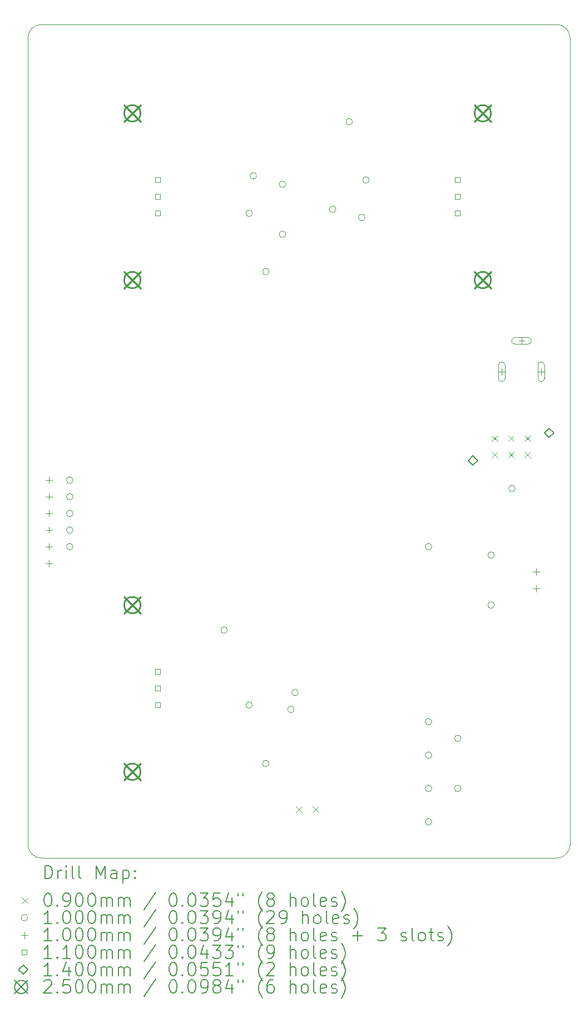
<source format=gbr>
%TF.GenerationSoftware,KiCad,Pcbnew,8.0.8-2.fc41*%
%TF.CreationDate,2025-02-25T20:52:41+00:00*%
%TF.ProjectId,Power_supply,506f7765-725f-4737-9570-706c792e6b69,rev?*%
%TF.SameCoordinates,Original*%
%TF.FileFunction,Drillmap*%
%TF.FilePolarity,Positive*%
%FSLAX45Y45*%
G04 Gerber Fmt 4.5, Leading zero omitted, Abs format (unit mm)*
G04 Created by KiCad (PCBNEW 8.0.8-2.fc41) date 2025-02-25 20:52:41*
%MOMM*%
%LPD*%
G01*
G04 APERTURE LIST*
%ADD10C,0.100000*%
%ADD11C,0.200000*%
%ADD12C,0.110000*%
%ADD13C,0.140000*%
%ADD14C,0.250000*%
G04 APERTURE END LIST*
D10*
X18400000Y-16300000D02*
X10550000Y-16300000D01*
X10350000Y-3800000D02*
G75*
G02*
X10550000Y-3600000I200000J0D01*
G01*
X18600000Y-3800000D02*
X18600000Y-16100000D01*
X10350000Y-16100000D02*
X10350000Y-3800000D01*
X18400000Y-3600000D02*
G75*
G02*
X18600000Y-3800000I0J-200000D01*
G01*
X18600000Y-16100000D02*
G75*
G02*
X18400000Y-16300000I-200000J0D01*
G01*
X10550000Y-16300000D02*
G75*
G02*
X10350000Y-16100000I0J200000D01*
G01*
X10550000Y-3600000D02*
X18400000Y-3600000D01*
D11*
D10*
X14430000Y-15512500D02*
X14520000Y-15602500D01*
X14520000Y-15512500D02*
X14430000Y-15602500D01*
X14684000Y-15512500D02*
X14774000Y-15602500D01*
X14774000Y-15512500D02*
X14684000Y-15602500D01*
X17408800Y-9863000D02*
X17498800Y-9953000D01*
X17498800Y-9863000D02*
X17408800Y-9953000D01*
X17408800Y-10113000D02*
X17498800Y-10203000D01*
X17498800Y-10113000D02*
X17408800Y-10203000D01*
X17658800Y-9863000D02*
X17748800Y-9953000D01*
X17748800Y-9863000D02*
X17658800Y-9953000D01*
X17658800Y-10113000D02*
X17748800Y-10203000D01*
X17748800Y-10113000D02*
X17658800Y-10203000D01*
X17908800Y-9863000D02*
X17998800Y-9953000D01*
X17998800Y-9863000D02*
X17908800Y-9953000D01*
X17908800Y-10113000D02*
X17998800Y-10203000D01*
X17998800Y-10113000D02*
X17908800Y-10203000D01*
X11035500Y-10541000D02*
G75*
G02*
X10935500Y-10541000I-50000J0D01*
G01*
X10935500Y-10541000D02*
G75*
G02*
X11035500Y-10541000I50000J0D01*
G01*
X11035500Y-10795000D02*
G75*
G02*
X10935500Y-10795000I-50000J0D01*
G01*
X10935500Y-10795000D02*
G75*
G02*
X11035500Y-10795000I50000J0D01*
G01*
X11035500Y-11049000D02*
G75*
G02*
X10935500Y-11049000I-50000J0D01*
G01*
X10935500Y-11049000D02*
G75*
G02*
X11035500Y-11049000I50000J0D01*
G01*
X11035500Y-11303000D02*
G75*
G02*
X10935500Y-11303000I-50000J0D01*
G01*
X10935500Y-11303000D02*
G75*
G02*
X11035500Y-11303000I50000J0D01*
G01*
X11035500Y-11557000D02*
G75*
G02*
X10935500Y-11557000I-50000J0D01*
G01*
X10935500Y-11557000D02*
G75*
G02*
X11035500Y-11557000I50000J0D01*
G01*
X13385000Y-12827000D02*
G75*
G02*
X13285000Y-12827000I-50000J0D01*
G01*
X13285000Y-12827000D02*
G75*
G02*
X13385000Y-12827000I50000J0D01*
G01*
X13766000Y-6477000D02*
G75*
G02*
X13666000Y-6477000I-50000J0D01*
G01*
X13666000Y-6477000D02*
G75*
G02*
X13766000Y-6477000I50000J0D01*
G01*
X13766000Y-13970000D02*
G75*
G02*
X13666000Y-13970000I-50000J0D01*
G01*
X13666000Y-13970000D02*
G75*
G02*
X13766000Y-13970000I50000J0D01*
G01*
X13829500Y-5905500D02*
G75*
G02*
X13729500Y-5905500I-50000J0D01*
G01*
X13729500Y-5905500D02*
G75*
G02*
X13829500Y-5905500I50000J0D01*
G01*
X14020000Y-7366000D02*
G75*
G02*
X13920000Y-7366000I-50000J0D01*
G01*
X13920000Y-7366000D02*
G75*
G02*
X14020000Y-7366000I50000J0D01*
G01*
X14020000Y-14859000D02*
G75*
G02*
X13920000Y-14859000I-50000J0D01*
G01*
X13920000Y-14859000D02*
G75*
G02*
X14020000Y-14859000I50000J0D01*
G01*
X14274000Y-6032500D02*
G75*
G02*
X14174000Y-6032500I-50000J0D01*
G01*
X14174000Y-6032500D02*
G75*
G02*
X14274000Y-6032500I50000J0D01*
G01*
X14274000Y-6794500D02*
G75*
G02*
X14174000Y-6794500I-50000J0D01*
G01*
X14174000Y-6794500D02*
G75*
G02*
X14274000Y-6794500I50000J0D01*
G01*
X14401000Y-14033500D02*
G75*
G02*
X14301000Y-14033500I-50000J0D01*
G01*
X14301000Y-14033500D02*
G75*
G02*
X14401000Y-14033500I50000J0D01*
G01*
X14464500Y-13779500D02*
G75*
G02*
X14364500Y-13779500I-50000J0D01*
G01*
X14364500Y-13779500D02*
G75*
G02*
X14464500Y-13779500I50000J0D01*
G01*
X15036000Y-6413500D02*
G75*
G02*
X14936000Y-6413500I-50000J0D01*
G01*
X14936000Y-6413500D02*
G75*
G02*
X15036000Y-6413500I50000J0D01*
G01*
X15290000Y-5080000D02*
G75*
G02*
X15190000Y-5080000I-50000J0D01*
G01*
X15190000Y-5080000D02*
G75*
G02*
X15290000Y-5080000I50000J0D01*
G01*
X15480500Y-6540500D02*
G75*
G02*
X15380500Y-6540500I-50000J0D01*
G01*
X15380500Y-6540500D02*
G75*
G02*
X15480500Y-6540500I50000J0D01*
G01*
X15544000Y-5969000D02*
G75*
G02*
X15444000Y-5969000I-50000J0D01*
G01*
X15444000Y-5969000D02*
G75*
G02*
X15544000Y-5969000I50000J0D01*
G01*
X16496500Y-11557000D02*
G75*
G02*
X16396500Y-11557000I-50000J0D01*
G01*
X16396500Y-11557000D02*
G75*
G02*
X16496500Y-11557000I50000J0D01*
G01*
X16496500Y-14224000D02*
G75*
G02*
X16396500Y-14224000I-50000J0D01*
G01*
X16396500Y-14224000D02*
G75*
G02*
X16496500Y-14224000I50000J0D01*
G01*
X16496500Y-14732000D02*
G75*
G02*
X16396500Y-14732000I-50000J0D01*
G01*
X16396500Y-14732000D02*
G75*
G02*
X16496500Y-14732000I50000J0D01*
G01*
X16496500Y-15240000D02*
G75*
G02*
X16396500Y-15240000I-50000J0D01*
G01*
X16396500Y-15240000D02*
G75*
G02*
X16496500Y-15240000I50000J0D01*
G01*
X16496500Y-15748000D02*
G75*
G02*
X16396500Y-15748000I-50000J0D01*
G01*
X16396500Y-15748000D02*
G75*
G02*
X16496500Y-15748000I50000J0D01*
G01*
X16941000Y-14478000D02*
G75*
G02*
X16841000Y-14478000I-50000J0D01*
G01*
X16841000Y-14478000D02*
G75*
G02*
X16941000Y-14478000I50000J0D01*
G01*
X16941000Y-15240000D02*
G75*
G02*
X16841000Y-15240000I-50000J0D01*
G01*
X16841000Y-15240000D02*
G75*
G02*
X16941000Y-15240000I50000J0D01*
G01*
X17449000Y-11684000D02*
G75*
G02*
X17349000Y-11684000I-50000J0D01*
G01*
X17349000Y-11684000D02*
G75*
G02*
X17449000Y-11684000I50000J0D01*
G01*
X17449000Y-12446000D02*
G75*
G02*
X17349000Y-12446000I-50000J0D01*
G01*
X17349000Y-12446000D02*
G75*
G02*
X17449000Y-12446000I50000J0D01*
G01*
X17766500Y-10668000D02*
G75*
G02*
X17666500Y-10668000I-50000J0D01*
G01*
X17666500Y-10668000D02*
G75*
G02*
X17766500Y-10668000I50000J0D01*
G01*
X10668000Y-10488000D02*
X10668000Y-10588000D01*
X10618000Y-10538000D02*
X10718000Y-10538000D01*
X10668000Y-10742000D02*
X10668000Y-10842000D01*
X10618000Y-10792000D02*
X10718000Y-10792000D01*
X10668000Y-10996000D02*
X10668000Y-11096000D01*
X10618000Y-11046000D02*
X10718000Y-11046000D01*
X10668000Y-11250000D02*
X10668000Y-11350000D01*
X10618000Y-11300000D02*
X10718000Y-11300000D01*
X10668000Y-11504000D02*
X10668000Y-11604000D01*
X10618000Y-11554000D02*
X10718000Y-11554000D01*
X10668000Y-11758000D02*
X10668000Y-11858000D01*
X10618000Y-11808000D02*
X10718000Y-11808000D01*
X17561000Y-8840000D02*
X17561000Y-8940000D01*
X17511000Y-8890000D02*
X17611000Y-8890000D01*
X17611000Y-8990000D02*
X17611000Y-8790000D01*
X17511000Y-8790000D02*
G75*
G02*
X17611000Y-8790000I50000J0D01*
G01*
X17511000Y-8790000D02*
X17511000Y-8990000D01*
X17511000Y-8990000D02*
G75*
G03*
X17611000Y-8990000I50000J0D01*
G01*
X17861000Y-8370000D02*
X17861000Y-8470000D01*
X17811000Y-8420000D02*
X17911000Y-8420000D01*
X17961000Y-8370000D02*
X17761000Y-8370000D01*
X17761000Y-8470000D02*
G75*
G02*
X17761000Y-8370000I0J50000D01*
G01*
X17761000Y-8470000D02*
X17961000Y-8470000D01*
X17961000Y-8470000D02*
G75*
G03*
X17961000Y-8370000I0J50000D01*
G01*
X18086500Y-11890000D02*
X18086500Y-11990000D01*
X18036500Y-11940000D02*
X18136500Y-11940000D01*
X18086500Y-12140000D02*
X18086500Y-12240000D01*
X18036500Y-12190000D02*
X18136500Y-12190000D01*
X18161000Y-8840000D02*
X18161000Y-8940000D01*
X18111000Y-8890000D02*
X18211000Y-8890000D01*
X18211000Y-8990000D02*
X18211000Y-8790000D01*
X18111000Y-8790000D02*
G75*
G02*
X18211000Y-8790000I50000J0D01*
G01*
X18111000Y-8790000D02*
X18111000Y-8990000D01*
X18111000Y-8990000D02*
G75*
G03*
X18211000Y-8990000I50000J0D01*
G01*
D12*
X12361391Y-6007891D02*
X12361391Y-5930109D01*
X12283609Y-5930109D01*
X12283609Y-6007891D01*
X12361391Y-6007891D01*
X12361391Y-6261891D02*
X12361391Y-6184109D01*
X12283609Y-6184109D01*
X12283609Y-6261891D01*
X12361391Y-6261891D01*
X12361391Y-6515891D02*
X12361391Y-6438109D01*
X12283609Y-6438109D01*
X12283609Y-6515891D01*
X12361391Y-6515891D01*
X12361391Y-13500891D02*
X12361391Y-13423109D01*
X12283609Y-13423109D01*
X12283609Y-13500891D01*
X12361391Y-13500891D01*
X12361391Y-13754891D02*
X12361391Y-13677109D01*
X12283609Y-13677109D01*
X12283609Y-13754891D01*
X12361391Y-13754891D01*
X12361391Y-14008891D02*
X12361391Y-13931109D01*
X12283609Y-13931109D01*
X12283609Y-14008891D01*
X12361391Y-14008891D01*
X16926391Y-6007891D02*
X16926391Y-5930109D01*
X16848609Y-5930109D01*
X16848609Y-6007891D01*
X16926391Y-6007891D01*
X16926391Y-6261891D02*
X16926391Y-6184109D01*
X16848609Y-6184109D01*
X16848609Y-6261891D01*
X16926391Y-6261891D01*
X16926391Y-6515891D02*
X16926391Y-6438109D01*
X16848609Y-6438109D01*
X16848609Y-6515891D01*
X16926391Y-6515891D01*
D13*
X17123800Y-10313000D02*
X17193800Y-10243000D01*
X17123800Y-10173000D01*
X17053800Y-10243000D01*
X17123800Y-10313000D01*
X18283800Y-9893000D02*
X18353800Y-9823000D01*
X18283800Y-9753000D01*
X18213800Y-9823000D01*
X18283800Y-9893000D01*
D14*
X11813000Y-4828000D02*
X12063000Y-5078000D01*
X12063000Y-4828000D02*
X11813000Y-5078000D01*
X12063000Y-4953000D02*
G75*
G02*
X11813000Y-4953000I-125000J0D01*
G01*
X11813000Y-4953000D02*
G75*
G02*
X12063000Y-4953000I125000J0D01*
G01*
X11813000Y-7368000D02*
X12063000Y-7618000D01*
X12063000Y-7368000D02*
X11813000Y-7618000D01*
X12063000Y-7493000D02*
G75*
G02*
X11813000Y-7493000I-125000J0D01*
G01*
X11813000Y-7493000D02*
G75*
G02*
X12063000Y-7493000I125000J0D01*
G01*
X11813000Y-12321000D02*
X12063000Y-12571000D01*
X12063000Y-12321000D02*
X11813000Y-12571000D01*
X12063000Y-12446000D02*
G75*
G02*
X11813000Y-12446000I-125000J0D01*
G01*
X11813000Y-12446000D02*
G75*
G02*
X12063000Y-12446000I125000J0D01*
G01*
X11813000Y-14861000D02*
X12063000Y-15111000D01*
X12063000Y-14861000D02*
X11813000Y-15111000D01*
X12063000Y-14986000D02*
G75*
G02*
X11813000Y-14986000I-125000J0D01*
G01*
X11813000Y-14986000D02*
G75*
G02*
X12063000Y-14986000I125000J0D01*
G01*
X17147000Y-4828000D02*
X17397000Y-5078000D01*
X17397000Y-4828000D02*
X17147000Y-5078000D01*
X17397000Y-4953000D02*
G75*
G02*
X17147000Y-4953000I-125000J0D01*
G01*
X17147000Y-4953000D02*
G75*
G02*
X17397000Y-4953000I125000J0D01*
G01*
X17147000Y-7368000D02*
X17397000Y-7618000D01*
X17397000Y-7368000D02*
X17147000Y-7618000D01*
X17397000Y-7493000D02*
G75*
G02*
X17147000Y-7493000I-125000J0D01*
G01*
X17147000Y-7493000D02*
G75*
G02*
X17397000Y-7493000I125000J0D01*
G01*
D11*
X10605777Y-16616484D02*
X10605777Y-16416484D01*
X10605777Y-16416484D02*
X10653396Y-16416484D01*
X10653396Y-16416484D02*
X10681967Y-16426008D01*
X10681967Y-16426008D02*
X10701015Y-16445055D01*
X10701015Y-16445055D02*
X10710539Y-16464103D01*
X10710539Y-16464103D02*
X10720063Y-16502198D01*
X10720063Y-16502198D02*
X10720063Y-16530769D01*
X10720063Y-16530769D02*
X10710539Y-16568865D01*
X10710539Y-16568865D02*
X10701015Y-16587912D01*
X10701015Y-16587912D02*
X10681967Y-16606960D01*
X10681967Y-16606960D02*
X10653396Y-16616484D01*
X10653396Y-16616484D02*
X10605777Y-16616484D01*
X10805777Y-16616484D02*
X10805777Y-16483150D01*
X10805777Y-16521246D02*
X10815301Y-16502198D01*
X10815301Y-16502198D02*
X10824824Y-16492674D01*
X10824824Y-16492674D02*
X10843872Y-16483150D01*
X10843872Y-16483150D02*
X10862920Y-16483150D01*
X10929586Y-16616484D02*
X10929586Y-16483150D01*
X10929586Y-16416484D02*
X10920063Y-16426008D01*
X10920063Y-16426008D02*
X10929586Y-16435531D01*
X10929586Y-16435531D02*
X10939110Y-16426008D01*
X10939110Y-16426008D02*
X10929586Y-16416484D01*
X10929586Y-16416484D02*
X10929586Y-16435531D01*
X11053396Y-16616484D02*
X11034348Y-16606960D01*
X11034348Y-16606960D02*
X11024824Y-16587912D01*
X11024824Y-16587912D02*
X11024824Y-16416484D01*
X11158158Y-16616484D02*
X11139110Y-16606960D01*
X11139110Y-16606960D02*
X11129586Y-16587912D01*
X11129586Y-16587912D02*
X11129586Y-16416484D01*
X11386729Y-16616484D02*
X11386729Y-16416484D01*
X11386729Y-16416484D02*
X11453396Y-16559341D01*
X11453396Y-16559341D02*
X11520062Y-16416484D01*
X11520062Y-16416484D02*
X11520062Y-16616484D01*
X11701015Y-16616484D02*
X11701015Y-16511722D01*
X11701015Y-16511722D02*
X11691491Y-16492674D01*
X11691491Y-16492674D02*
X11672443Y-16483150D01*
X11672443Y-16483150D02*
X11634348Y-16483150D01*
X11634348Y-16483150D02*
X11615301Y-16492674D01*
X11701015Y-16606960D02*
X11681967Y-16616484D01*
X11681967Y-16616484D02*
X11634348Y-16616484D01*
X11634348Y-16616484D02*
X11615301Y-16606960D01*
X11615301Y-16606960D02*
X11605777Y-16587912D01*
X11605777Y-16587912D02*
X11605777Y-16568865D01*
X11605777Y-16568865D02*
X11615301Y-16549817D01*
X11615301Y-16549817D02*
X11634348Y-16540293D01*
X11634348Y-16540293D02*
X11681967Y-16540293D01*
X11681967Y-16540293D02*
X11701015Y-16530769D01*
X11796253Y-16483150D02*
X11796253Y-16683150D01*
X11796253Y-16492674D02*
X11815301Y-16483150D01*
X11815301Y-16483150D02*
X11853396Y-16483150D01*
X11853396Y-16483150D02*
X11872443Y-16492674D01*
X11872443Y-16492674D02*
X11881967Y-16502198D01*
X11881967Y-16502198D02*
X11891491Y-16521246D01*
X11891491Y-16521246D02*
X11891491Y-16578388D01*
X11891491Y-16578388D02*
X11881967Y-16597436D01*
X11881967Y-16597436D02*
X11872443Y-16606960D01*
X11872443Y-16606960D02*
X11853396Y-16616484D01*
X11853396Y-16616484D02*
X11815301Y-16616484D01*
X11815301Y-16616484D02*
X11796253Y-16606960D01*
X11977205Y-16597436D02*
X11986729Y-16606960D01*
X11986729Y-16606960D02*
X11977205Y-16616484D01*
X11977205Y-16616484D02*
X11967682Y-16606960D01*
X11967682Y-16606960D02*
X11977205Y-16597436D01*
X11977205Y-16597436D02*
X11977205Y-16616484D01*
X11977205Y-16492674D02*
X11986729Y-16502198D01*
X11986729Y-16502198D02*
X11977205Y-16511722D01*
X11977205Y-16511722D02*
X11967682Y-16502198D01*
X11967682Y-16502198D02*
X11977205Y-16492674D01*
X11977205Y-16492674D02*
X11977205Y-16511722D01*
D10*
X10255000Y-16900000D02*
X10345000Y-16990000D01*
X10345000Y-16900000D02*
X10255000Y-16990000D01*
D11*
X10643872Y-16836484D02*
X10662920Y-16836484D01*
X10662920Y-16836484D02*
X10681967Y-16846008D01*
X10681967Y-16846008D02*
X10691491Y-16855531D01*
X10691491Y-16855531D02*
X10701015Y-16874579D01*
X10701015Y-16874579D02*
X10710539Y-16912674D01*
X10710539Y-16912674D02*
X10710539Y-16960293D01*
X10710539Y-16960293D02*
X10701015Y-16998389D01*
X10701015Y-16998389D02*
X10691491Y-17017436D01*
X10691491Y-17017436D02*
X10681967Y-17026960D01*
X10681967Y-17026960D02*
X10662920Y-17036484D01*
X10662920Y-17036484D02*
X10643872Y-17036484D01*
X10643872Y-17036484D02*
X10624824Y-17026960D01*
X10624824Y-17026960D02*
X10615301Y-17017436D01*
X10615301Y-17017436D02*
X10605777Y-16998389D01*
X10605777Y-16998389D02*
X10596253Y-16960293D01*
X10596253Y-16960293D02*
X10596253Y-16912674D01*
X10596253Y-16912674D02*
X10605777Y-16874579D01*
X10605777Y-16874579D02*
X10615301Y-16855531D01*
X10615301Y-16855531D02*
X10624824Y-16846008D01*
X10624824Y-16846008D02*
X10643872Y-16836484D01*
X10796253Y-17017436D02*
X10805777Y-17026960D01*
X10805777Y-17026960D02*
X10796253Y-17036484D01*
X10796253Y-17036484D02*
X10786729Y-17026960D01*
X10786729Y-17026960D02*
X10796253Y-17017436D01*
X10796253Y-17017436D02*
X10796253Y-17036484D01*
X10901015Y-17036484D02*
X10939110Y-17036484D01*
X10939110Y-17036484D02*
X10958158Y-17026960D01*
X10958158Y-17026960D02*
X10967682Y-17017436D01*
X10967682Y-17017436D02*
X10986729Y-16988865D01*
X10986729Y-16988865D02*
X10996253Y-16950770D01*
X10996253Y-16950770D02*
X10996253Y-16874579D01*
X10996253Y-16874579D02*
X10986729Y-16855531D01*
X10986729Y-16855531D02*
X10977205Y-16846008D01*
X10977205Y-16846008D02*
X10958158Y-16836484D01*
X10958158Y-16836484D02*
X10920063Y-16836484D01*
X10920063Y-16836484D02*
X10901015Y-16846008D01*
X10901015Y-16846008D02*
X10891491Y-16855531D01*
X10891491Y-16855531D02*
X10881967Y-16874579D01*
X10881967Y-16874579D02*
X10881967Y-16922198D01*
X10881967Y-16922198D02*
X10891491Y-16941246D01*
X10891491Y-16941246D02*
X10901015Y-16950770D01*
X10901015Y-16950770D02*
X10920063Y-16960293D01*
X10920063Y-16960293D02*
X10958158Y-16960293D01*
X10958158Y-16960293D02*
X10977205Y-16950770D01*
X10977205Y-16950770D02*
X10986729Y-16941246D01*
X10986729Y-16941246D02*
X10996253Y-16922198D01*
X11120063Y-16836484D02*
X11139110Y-16836484D01*
X11139110Y-16836484D02*
X11158158Y-16846008D01*
X11158158Y-16846008D02*
X11167682Y-16855531D01*
X11167682Y-16855531D02*
X11177205Y-16874579D01*
X11177205Y-16874579D02*
X11186729Y-16912674D01*
X11186729Y-16912674D02*
X11186729Y-16960293D01*
X11186729Y-16960293D02*
X11177205Y-16998389D01*
X11177205Y-16998389D02*
X11167682Y-17017436D01*
X11167682Y-17017436D02*
X11158158Y-17026960D01*
X11158158Y-17026960D02*
X11139110Y-17036484D01*
X11139110Y-17036484D02*
X11120063Y-17036484D01*
X11120063Y-17036484D02*
X11101015Y-17026960D01*
X11101015Y-17026960D02*
X11091491Y-17017436D01*
X11091491Y-17017436D02*
X11081967Y-16998389D01*
X11081967Y-16998389D02*
X11072444Y-16960293D01*
X11072444Y-16960293D02*
X11072444Y-16912674D01*
X11072444Y-16912674D02*
X11081967Y-16874579D01*
X11081967Y-16874579D02*
X11091491Y-16855531D01*
X11091491Y-16855531D02*
X11101015Y-16846008D01*
X11101015Y-16846008D02*
X11120063Y-16836484D01*
X11310539Y-16836484D02*
X11329586Y-16836484D01*
X11329586Y-16836484D02*
X11348634Y-16846008D01*
X11348634Y-16846008D02*
X11358158Y-16855531D01*
X11358158Y-16855531D02*
X11367682Y-16874579D01*
X11367682Y-16874579D02*
X11377205Y-16912674D01*
X11377205Y-16912674D02*
X11377205Y-16960293D01*
X11377205Y-16960293D02*
X11367682Y-16998389D01*
X11367682Y-16998389D02*
X11358158Y-17017436D01*
X11358158Y-17017436D02*
X11348634Y-17026960D01*
X11348634Y-17026960D02*
X11329586Y-17036484D01*
X11329586Y-17036484D02*
X11310539Y-17036484D01*
X11310539Y-17036484D02*
X11291491Y-17026960D01*
X11291491Y-17026960D02*
X11281967Y-17017436D01*
X11281967Y-17017436D02*
X11272443Y-16998389D01*
X11272443Y-16998389D02*
X11262920Y-16960293D01*
X11262920Y-16960293D02*
X11262920Y-16912674D01*
X11262920Y-16912674D02*
X11272443Y-16874579D01*
X11272443Y-16874579D02*
X11281967Y-16855531D01*
X11281967Y-16855531D02*
X11291491Y-16846008D01*
X11291491Y-16846008D02*
X11310539Y-16836484D01*
X11462920Y-17036484D02*
X11462920Y-16903150D01*
X11462920Y-16922198D02*
X11472443Y-16912674D01*
X11472443Y-16912674D02*
X11491491Y-16903150D01*
X11491491Y-16903150D02*
X11520063Y-16903150D01*
X11520063Y-16903150D02*
X11539110Y-16912674D01*
X11539110Y-16912674D02*
X11548634Y-16931722D01*
X11548634Y-16931722D02*
X11548634Y-17036484D01*
X11548634Y-16931722D02*
X11558158Y-16912674D01*
X11558158Y-16912674D02*
X11577205Y-16903150D01*
X11577205Y-16903150D02*
X11605777Y-16903150D01*
X11605777Y-16903150D02*
X11624824Y-16912674D01*
X11624824Y-16912674D02*
X11634348Y-16931722D01*
X11634348Y-16931722D02*
X11634348Y-17036484D01*
X11729586Y-17036484D02*
X11729586Y-16903150D01*
X11729586Y-16922198D02*
X11739110Y-16912674D01*
X11739110Y-16912674D02*
X11758158Y-16903150D01*
X11758158Y-16903150D02*
X11786729Y-16903150D01*
X11786729Y-16903150D02*
X11805777Y-16912674D01*
X11805777Y-16912674D02*
X11815301Y-16931722D01*
X11815301Y-16931722D02*
X11815301Y-17036484D01*
X11815301Y-16931722D02*
X11824824Y-16912674D01*
X11824824Y-16912674D02*
X11843872Y-16903150D01*
X11843872Y-16903150D02*
X11872443Y-16903150D01*
X11872443Y-16903150D02*
X11891491Y-16912674D01*
X11891491Y-16912674D02*
X11901015Y-16931722D01*
X11901015Y-16931722D02*
X11901015Y-17036484D01*
X12291491Y-16826960D02*
X12120063Y-17084103D01*
X12548634Y-16836484D02*
X12567682Y-16836484D01*
X12567682Y-16836484D02*
X12586729Y-16846008D01*
X12586729Y-16846008D02*
X12596253Y-16855531D01*
X12596253Y-16855531D02*
X12605777Y-16874579D01*
X12605777Y-16874579D02*
X12615301Y-16912674D01*
X12615301Y-16912674D02*
X12615301Y-16960293D01*
X12615301Y-16960293D02*
X12605777Y-16998389D01*
X12605777Y-16998389D02*
X12596253Y-17017436D01*
X12596253Y-17017436D02*
X12586729Y-17026960D01*
X12586729Y-17026960D02*
X12567682Y-17036484D01*
X12567682Y-17036484D02*
X12548634Y-17036484D01*
X12548634Y-17036484D02*
X12529586Y-17026960D01*
X12529586Y-17026960D02*
X12520063Y-17017436D01*
X12520063Y-17017436D02*
X12510539Y-16998389D01*
X12510539Y-16998389D02*
X12501015Y-16960293D01*
X12501015Y-16960293D02*
X12501015Y-16912674D01*
X12501015Y-16912674D02*
X12510539Y-16874579D01*
X12510539Y-16874579D02*
X12520063Y-16855531D01*
X12520063Y-16855531D02*
X12529586Y-16846008D01*
X12529586Y-16846008D02*
X12548634Y-16836484D01*
X12701015Y-17017436D02*
X12710539Y-17026960D01*
X12710539Y-17026960D02*
X12701015Y-17036484D01*
X12701015Y-17036484D02*
X12691491Y-17026960D01*
X12691491Y-17026960D02*
X12701015Y-17017436D01*
X12701015Y-17017436D02*
X12701015Y-17036484D01*
X12834348Y-16836484D02*
X12853396Y-16836484D01*
X12853396Y-16836484D02*
X12872444Y-16846008D01*
X12872444Y-16846008D02*
X12881967Y-16855531D01*
X12881967Y-16855531D02*
X12891491Y-16874579D01*
X12891491Y-16874579D02*
X12901015Y-16912674D01*
X12901015Y-16912674D02*
X12901015Y-16960293D01*
X12901015Y-16960293D02*
X12891491Y-16998389D01*
X12891491Y-16998389D02*
X12881967Y-17017436D01*
X12881967Y-17017436D02*
X12872444Y-17026960D01*
X12872444Y-17026960D02*
X12853396Y-17036484D01*
X12853396Y-17036484D02*
X12834348Y-17036484D01*
X12834348Y-17036484D02*
X12815301Y-17026960D01*
X12815301Y-17026960D02*
X12805777Y-17017436D01*
X12805777Y-17017436D02*
X12796253Y-16998389D01*
X12796253Y-16998389D02*
X12786729Y-16960293D01*
X12786729Y-16960293D02*
X12786729Y-16912674D01*
X12786729Y-16912674D02*
X12796253Y-16874579D01*
X12796253Y-16874579D02*
X12805777Y-16855531D01*
X12805777Y-16855531D02*
X12815301Y-16846008D01*
X12815301Y-16846008D02*
X12834348Y-16836484D01*
X12967682Y-16836484D02*
X13091491Y-16836484D01*
X13091491Y-16836484D02*
X13024825Y-16912674D01*
X13024825Y-16912674D02*
X13053396Y-16912674D01*
X13053396Y-16912674D02*
X13072444Y-16922198D01*
X13072444Y-16922198D02*
X13081967Y-16931722D01*
X13081967Y-16931722D02*
X13091491Y-16950770D01*
X13091491Y-16950770D02*
X13091491Y-16998389D01*
X13091491Y-16998389D02*
X13081967Y-17017436D01*
X13081967Y-17017436D02*
X13072444Y-17026960D01*
X13072444Y-17026960D02*
X13053396Y-17036484D01*
X13053396Y-17036484D02*
X12996253Y-17036484D01*
X12996253Y-17036484D02*
X12977206Y-17026960D01*
X12977206Y-17026960D02*
X12967682Y-17017436D01*
X13272444Y-16836484D02*
X13177206Y-16836484D01*
X13177206Y-16836484D02*
X13167682Y-16931722D01*
X13167682Y-16931722D02*
X13177206Y-16922198D01*
X13177206Y-16922198D02*
X13196253Y-16912674D01*
X13196253Y-16912674D02*
X13243872Y-16912674D01*
X13243872Y-16912674D02*
X13262920Y-16922198D01*
X13262920Y-16922198D02*
X13272444Y-16931722D01*
X13272444Y-16931722D02*
X13281967Y-16950770D01*
X13281967Y-16950770D02*
X13281967Y-16998389D01*
X13281967Y-16998389D02*
X13272444Y-17017436D01*
X13272444Y-17017436D02*
X13262920Y-17026960D01*
X13262920Y-17026960D02*
X13243872Y-17036484D01*
X13243872Y-17036484D02*
X13196253Y-17036484D01*
X13196253Y-17036484D02*
X13177206Y-17026960D01*
X13177206Y-17026960D02*
X13167682Y-17017436D01*
X13453396Y-16903150D02*
X13453396Y-17036484D01*
X13405777Y-16826960D02*
X13358158Y-16969817D01*
X13358158Y-16969817D02*
X13481967Y-16969817D01*
X13548634Y-16836484D02*
X13548634Y-16874579D01*
X13624825Y-16836484D02*
X13624825Y-16874579D01*
X13920063Y-17112674D02*
X13910539Y-17103150D01*
X13910539Y-17103150D02*
X13891491Y-17074579D01*
X13891491Y-17074579D02*
X13881968Y-17055531D01*
X13881968Y-17055531D02*
X13872444Y-17026960D01*
X13872444Y-17026960D02*
X13862920Y-16979341D01*
X13862920Y-16979341D02*
X13862920Y-16941246D01*
X13862920Y-16941246D02*
X13872444Y-16893627D01*
X13872444Y-16893627D02*
X13881968Y-16865055D01*
X13881968Y-16865055D02*
X13891491Y-16846008D01*
X13891491Y-16846008D02*
X13910539Y-16817436D01*
X13910539Y-16817436D02*
X13920063Y-16807912D01*
X14024825Y-16922198D02*
X14005777Y-16912674D01*
X14005777Y-16912674D02*
X13996253Y-16903150D01*
X13996253Y-16903150D02*
X13986729Y-16884103D01*
X13986729Y-16884103D02*
X13986729Y-16874579D01*
X13986729Y-16874579D02*
X13996253Y-16855531D01*
X13996253Y-16855531D02*
X14005777Y-16846008D01*
X14005777Y-16846008D02*
X14024825Y-16836484D01*
X14024825Y-16836484D02*
X14062920Y-16836484D01*
X14062920Y-16836484D02*
X14081968Y-16846008D01*
X14081968Y-16846008D02*
X14091491Y-16855531D01*
X14091491Y-16855531D02*
X14101015Y-16874579D01*
X14101015Y-16874579D02*
X14101015Y-16884103D01*
X14101015Y-16884103D02*
X14091491Y-16903150D01*
X14091491Y-16903150D02*
X14081968Y-16912674D01*
X14081968Y-16912674D02*
X14062920Y-16922198D01*
X14062920Y-16922198D02*
X14024825Y-16922198D01*
X14024825Y-16922198D02*
X14005777Y-16931722D01*
X14005777Y-16931722D02*
X13996253Y-16941246D01*
X13996253Y-16941246D02*
X13986729Y-16960293D01*
X13986729Y-16960293D02*
X13986729Y-16998389D01*
X13986729Y-16998389D02*
X13996253Y-17017436D01*
X13996253Y-17017436D02*
X14005777Y-17026960D01*
X14005777Y-17026960D02*
X14024825Y-17036484D01*
X14024825Y-17036484D02*
X14062920Y-17036484D01*
X14062920Y-17036484D02*
X14081968Y-17026960D01*
X14081968Y-17026960D02*
X14091491Y-17017436D01*
X14091491Y-17017436D02*
X14101015Y-16998389D01*
X14101015Y-16998389D02*
X14101015Y-16960293D01*
X14101015Y-16960293D02*
X14091491Y-16941246D01*
X14091491Y-16941246D02*
X14081968Y-16931722D01*
X14081968Y-16931722D02*
X14062920Y-16922198D01*
X14339110Y-17036484D02*
X14339110Y-16836484D01*
X14424825Y-17036484D02*
X14424825Y-16931722D01*
X14424825Y-16931722D02*
X14415301Y-16912674D01*
X14415301Y-16912674D02*
X14396253Y-16903150D01*
X14396253Y-16903150D02*
X14367682Y-16903150D01*
X14367682Y-16903150D02*
X14348634Y-16912674D01*
X14348634Y-16912674D02*
X14339110Y-16922198D01*
X14548634Y-17036484D02*
X14529587Y-17026960D01*
X14529587Y-17026960D02*
X14520063Y-17017436D01*
X14520063Y-17017436D02*
X14510539Y-16998389D01*
X14510539Y-16998389D02*
X14510539Y-16941246D01*
X14510539Y-16941246D02*
X14520063Y-16922198D01*
X14520063Y-16922198D02*
X14529587Y-16912674D01*
X14529587Y-16912674D02*
X14548634Y-16903150D01*
X14548634Y-16903150D02*
X14577206Y-16903150D01*
X14577206Y-16903150D02*
X14596253Y-16912674D01*
X14596253Y-16912674D02*
X14605777Y-16922198D01*
X14605777Y-16922198D02*
X14615301Y-16941246D01*
X14615301Y-16941246D02*
X14615301Y-16998389D01*
X14615301Y-16998389D02*
X14605777Y-17017436D01*
X14605777Y-17017436D02*
X14596253Y-17026960D01*
X14596253Y-17026960D02*
X14577206Y-17036484D01*
X14577206Y-17036484D02*
X14548634Y-17036484D01*
X14729587Y-17036484D02*
X14710539Y-17026960D01*
X14710539Y-17026960D02*
X14701015Y-17007912D01*
X14701015Y-17007912D02*
X14701015Y-16836484D01*
X14881968Y-17026960D02*
X14862920Y-17036484D01*
X14862920Y-17036484D02*
X14824825Y-17036484D01*
X14824825Y-17036484D02*
X14805777Y-17026960D01*
X14805777Y-17026960D02*
X14796253Y-17007912D01*
X14796253Y-17007912D02*
X14796253Y-16931722D01*
X14796253Y-16931722D02*
X14805777Y-16912674D01*
X14805777Y-16912674D02*
X14824825Y-16903150D01*
X14824825Y-16903150D02*
X14862920Y-16903150D01*
X14862920Y-16903150D02*
X14881968Y-16912674D01*
X14881968Y-16912674D02*
X14891491Y-16931722D01*
X14891491Y-16931722D02*
X14891491Y-16950770D01*
X14891491Y-16950770D02*
X14796253Y-16969817D01*
X14967682Y-17026960D02*
X14986730Y-17036484D01*
X14986730Y-17036484D02*
X15024825Y-17036484D01*
X15024825Y-17036484D02*
X15043872Y-17026960D01*
X15043872Y-17026960D02*
X15053396Y-17007912D01*
X15053396Y-17007912D02*
X15053396Y-16998389D01*
X15053396Y-16998389D02*
X15043872Y-16979341D01*
X15043872Y-16979341D02*
X15024825Y-16969817D01*
X15024825Y-16969817D02*
X14996253Y-16969817D01*
X14996253Y-16969817D02*
X14977206Y-16960293D01*
X14977206Y-16960293D02*
X14967682Y-16941246D01*
X14967682Y-16941246D02*
X14967682Y-16931722D01*
X14967682Y-16931722D02*
X14977206Y-16912674D01*
X14977206Y-16912674D02*
X14996253Y-16903150D01*
X14996253Y-16903150D02*
X15024825Y-16903150D01*
X15024825Y-16903150D02*
X15043872Y-16912674D01*
X15120063Y-17112674D02*
X15129587Y-17103150D01*
X15129587Y-17103150D02*
X15148634Y-17074579D01*
X15148634Y-17074579D02*
X15158158Y-17055531D01*
X15158158Y-17055531D02*
X15167682Y-17026960D01*
X15167682Y-17026960D02*
X15177206Y-16979341D01*
X15177206Y-16979341D02*
X15177206Y-16941246D01*
X15177206Y-16941246D02*
X15167682Y-16893627D01*
X15167682Y-16893627D02*
X15158158Y-16865055D01*
X15158158Y-16865055D02*
X15148634Y-16846008D01*
X15148634Y-16846008D02*
X15129587Y-16817436D01*
X15129587Y-16817436D02*
X15120063Y-16807912D01*
D10*
X10345000Y-17209000D02*
G75*
G02*
X10245000Y-17209000I-50000J0D01*
G01*
X10245000Y-17209000D02*
G75*
G02*
X10345000Y-17209000I50000J0D01*
G01*
D11*
X10710539Y-17300484D02*
X10596253Y-17300484D01*
X10653396Y-17300484D02*
X10653396Y-17100484D01*
X10653396Y-17100484D02*
X10634348Y-17129055D01*
X10634348Y-17129055D02*
X10615301Y-17148103D01*
X10615301Y-17148103D02*
X10596253Y-17157627D01*
X10796253Y-17281436D02*
X10805777Y-17290960D01*
X10805777Y-17290960D02*
X10796253Y-17300484D01*
X10796253Y-17300484D02*
X10786729Y-17290960D01*
X10786729Y-17290960D02*
X10796253Y-17281436D01*
X10796253Y-17281436D02*
X10796253Y-17300484D01*
X10929586Y-17100484D02*
X10948634Y-17100484D01*
X10948634Y-17100484D02*
X10967682Y-17110008D01*
X10967682Y-17110008D02*
X10977205Y-17119531D01*
X10977205Y-17119531D02*
X10986729Y-17138579D01*
X10986729Y-17138579D02*
X10996253Y-17176674D01*
X10996253Y-17176674D02*
X10996253Y-17224293D01*
X10996253Y-17224293D02*
X10986729Y-17262389D01*
X10986729Y-17262389D02*
X10977205Y-17281436D01*
X10977205Y-17281436D02*
X10967682Y-17290960D01*
X10967682Y-17290960D02*
X10948634Y-17300484D01*
X10948634Y-17300484D02*
X10929586Y-17300484D01*
X10929586Y-17300484D02*
X10910539Y-17290960D01*
X10910539Y-17290960D02*
X10901015Y-17281436D01*
X10901015Y-17281436D02*
X10891491Y-17262389D01*
X10891491Y-17262389D02*
X10881967Y-17224293D01*
X10881967Y-17224293D02*
X10881967Y-17176674D01*
X10881967Y-17176674D02*
X10891491Y-17138579D01*
X10891491Y-17138579D02*
X10901015Y-17119531D01*
X10901015Y-17119531D02*
X10910539Y-17110008D01*
X10910539Y-17110008D02*
X10929586Y-17100484D01*
X11120063Y-17100484D02*
X11139110Y-17100484D01*
X11139110Y-17100484D02*
X11158158Y-17110008D01*
X11158158Y-17110008D02*
X11167682Y-17119531D01*
X11167682Y-17119531D02*
X11177205Y-17138579D01*
X11177205Y-17138579D02*
X11186729Y-17176674D01*
X11186729Y-17176674D02*
X11186729Y-17224293D01*
X11186729Y-17224293D02*
X11177205Y-17262389D01*
X11177205Y-17262389D02*
X11167682Y-17281436D01*
X11167682Y-17281436D02*
X11158158Y-17290960D01*
X11158158Y-17290960D02*
X11139110Y-17300484D01*
X11139110Y-17300484D02*
X11120063Y-17300484D01*
X11120063Y-17300484D02*
X11101015Y-17290960D01*
X11101015Y-17290960D02*
X11091491Y-17281436D01*
X11091491Y-17281436D02*
X11081967Y-17262389D01*
X11081967Y-17262389D02*
X11072444Y-17224293D01*
X11072444Y-17224293D02*
X11072444Y-17176674D01*
X11072444Y-17176674D02*
X11081967Y-17138579D01*
X11081967Y-17138579D02*
X11091491Y-17119531D01*
X11091491Y-17119531D02*
X11101015Y-17110008D01*
X11101015Y-17110008D02*
X11120063Y-17100484D01*
X11310539Y-17100484D02*
X11329586Y-17100484D01*
X11329586Y-17100484D02*
X11348634Y-17110008D01*
X11348634Y-17110008D02*
X11358158Y-17119531D01*
X11358158Y-17119531D02*
X11367682Y-17138579D01*
X11367682Y-17138579D02*
X11377205Y-17176674D01*
X11377205Y-17176674D02*
X11377205Y-17224293D01*
X11377205Y-17224293D02*
X11367682Y-17262389D01*
X11367682Y-17262389D02*
X11358158Y-17281436D01*
X11358158Y-17281436D02*
X11348634Y-17290960D01*
X11348634Y-17290960D02*
X11329586Y-17300484D01*
X11329586Y-17300484D02*
X11310539Y-17300484D01*
X11310539Y-17300484D02*
X11291491Y-17290960D01*
X11291491Y-17290960D02*
X11281967Y-17281436D01*
X11281967Y-17281436D02*
X11272443Y-17262389D01*
X11272443Y-17262389D02*
X11262920Y-17224293D01*
X11262920Y-17224293D02*
X11262920Y-17176674D01*
X11262920Y-17176674D02*
X11272443Y-17138579D01*
X11272443Y-17138579D02*
X11281967Y-17119531D01*
X11281967Y-17119531D02*
X11291491Y-17110008D01*
X11291491Y-17110008D02*
X11310539Y-17100484D01*
X11462920Y-17300484D02*
X11462920Y-17167150D01*
X11462920Y-17186198D02*
X11472443Y-17176674D01*
X11472443Y-17176674D02*
X11491491Y-17167150D01*
X11491491Y-17167150D02*
X11520063Y-17167150D01*
X11520063Y-17167150D02*
X11539110Y-17176674D01*
X11539110Y-17176674D02*
X11548634Y-17195722D01*
X11548634Y-17195722D02*
X11548634Y-17300484D01*
X11548634Y-17195722D02*
X11558158Y-17176674D01*
X11558158Y-17176674D02*
X11577205Y-17167150D01*
X11577205Y-17167150D02*
X11605777Y-17167150D01*
X11605777Y-17167150D02*
X11624824Y-17176674D01*
X11624824Y-17176674D02*
X11634348Y-17195722D01*
X11634348Y-17195722D02*
X11634348Y-17300484D01*
X11729586Y-17300484D02*
X11729586Y-17167150D01*
X11729586Y-17186198D02*
X11739110Y-17176674D01*
X11739110Y-17176674D02*
X11758158Y-17167150D01*
X11758158Y-17167150D02*
X11786729Y-17167150D01*
X11786729Y-17167150D02*
X11805777Y-17176674D01*
X11805777Y-17176674D02*
X11815301Y-17195722D01*
X11815301Y-17195722D02*
X11815301Y-17300484D01*
X11815301Y-17195722D02*
X11824824Y-17176674D01*
X11824824Y-17176674D02*
X11843872Y-17167150D01*
X11843872Y-17167150D02*
X11872443Y-17167150D01*
X11872443Y-17167150D02*
X11891491Y-17176674D01*
X11891491Y-17176674D02*
X11901015Y-17195722D01*
X11901015Y-17195722D02*
X11901015Y-17300484D01*
X12291491Y-17090960D02*
X12120063Y-17348103D01*
X12548634Y-17100484D02*
X12567682Y-17100484D01*
X12567682Y-17100484D02*
X12586729Y-17110008D01*
X12586729Y-17110008D02*
X12596253Y-17119531D01*
X12596253Y-17119531D02*
X12605777Y-17138579D01*
X12605777Y-17138579D02*
X12615301Y-17176674D01*
X12615301Y-17176674D02*
X12615301Y-17224293D01*
X12615301Y-17224293D02*
X12605777Y-17262389D01*
X12605777Y-17262389D02*
X12596253Y-17281436D01*
X12596253Y-17281436D02*
X12586729Y-17290960D01*
X12586729Y-17290960D02*
X12567682Y-17300484D01*
X12567682Y-17300484D02*
X12548634Y-17300484D01*
X12548634Y-17300484D02*
X12529586Y-17290960D01*
X12529586Y-17290960D02*
X12520063Y-17281436D01*
X12520063Y-17281436D02*
X12510539Y-17262389D01*
X12510539Y-17262389D02*
X12501015Y-17224293D01*
X12501015Y-17224293D02*
X12501015Y-17176674D01*
X12501015Y-17176674D02*
X12510539Y-17138579D01*
X12510539Y-17138579D02*
X12520063Y-17119531D01*
X12520063Y-17119531D02*
X12529586Y-17110008D01*
X12529586Y-17110008D02*
X12548634Y-17100484D01*
X12701015Y-17281436D02*
X12710539Y-17290960D01*
X12710539Y-17290960D02*
X12701015Y-17300484D01*
X12701015Y-17300484D02*
X12691491Y-17290960D01*
X12691491Y-17290960D02*
X12701015Y-17281436D01*
X12701015Y-17281436D02*
X12701015Y-17300484D01*
X12834348Y-17100484D02*
X12853396Y-17100484D01*
X12853396Y-17100484D02*
X12872444Y-17110008D01*
X12872444Y-17110008D02*
X12881967Y-17119531D01*
X12881967Y-17119531D02*
X12891491Y-17138579D01*
X12891491Y-17138579D02*
X12901015Y-17176674D01*
X12901015Y-17176674D02*
X12901015Y-17224293D01*
X12901015Y-17224293D02*
X12891491Y-17262389D01*
X12891491Y-17262389D02*
X12881967Y-17281436D01*
X12881967Y-17281436D02*
X12872444Y-17290960D01*
X12872444Y-17290960D02*
X12853396Y-17300484D01*
X12853396Y-17300484D02*
X12834348Y-17300484D01*
X12834348Y-17300484D02*
X12815301Y-17290960D01*
X12815301Y-17290960D02*
X12805777Y-17281436D01*
X12805777Y-17281436D02*
X12796253Y-17262389D01*
X12796253Y-17262389D02*
X12786729Y-17224293D01*
X12786729Y-17224293D02*
X12786729Y-17176674D01*
X12786729Y-17176674D02*
X12796253Y-17138579D01*
X12796253Y-17138579D02*
X12805777Y-17119531D01*
X12805777Y-17119531D02*
X12815301Y-17110008D01*
X12815301Y-17110008D02*
X12834348Y-17100484D01*
X12967682Y-17100484D02*
X13091491Y-17100484D01*
X13091491Y-17100484D02*
X13024825Y-17176674D01*
X13024825Y-17176674D02*
X13053396Y-17176674D01*
X13053396Y-17176674D02*
X13072444Y-17186198D01*
X13072444Y-17186198D02*
X13081967Y-17195722D01*
X13081967Y-17195722D02*
X13091491Y-17214770D01*
X13091491Y-17214770D02*
X13091491Y-17262389D01*
X13091491Y-17262389D02*
X13081967Y-17281436D01*
X13081967Y-17281436D02*
X13072444Y-17290960D01*
X13072444Y-17290960D02*
X13053396Y-17300484D01*
X13053396Y-17300484D02*
X12996253Y-17300484D01*
X12996253Y-17300484D02*
X12977206Y-17290960D01*
X12977206Y-17290960D02*
X12967682Y-17281436D01*
X13186729Y-17300484D02*
X13224825Y-17300484D01*
X13224825Y-17300484D02*
X13243872Y-17290960D01*
X13243872Y-17290960D02*
X13253396Y-17281436D01*
X13253396Y-17281436D02*
X13272444Y-17252865D01*
X13272444Y-17252865D02*
X13281967Y-17214770D01*
X13281967Y-17214770D02*
X13281967Y-17138579D01*
X13281967Y-17138579D02*
X13272444Y-17119531D01*
X13272444Y-17119531D02*
X13262920Y-17110008D01*
X13262920Y-17110008D02*
X13243872Y-17100484D01*
X13243872Y-17100484D02*
X13205777Y-17100484D01*
X13205777Y-17100484D02*
X13186729Y-17110008D01*
X13186729Y-17110008D02*
X13177206Y-17119531D01*
X13177206Y-17119531D02*
X13167682Y-17138579D01*
X13167682Y-17138579D02*
X13167682Y-17186198D01*
X13167682Y-17186198D02*
X13177206Y-17205246D01*
X13177206Y-17205246D02*
X13186729Y-17214770D01*
X13186729Y-17214770D02*
X13205777Y-17224293D01*
X13205777Y-17224293D02*
X13243872Y-17224293D01*
X13243872Y-17224293D02*
X13262920Y-17214770D01*
X13262920Y-17214770D02*
X13272444Y-17205246D01*
X13272444Y-17205246D02*
X13281967Y-17186198D01*
X13453396Y-17167150D02*
X13453396Y-17300484D01*
X13405777Y-17090960D02*
X13358158Y-17233817D01*
X13358158Y-17233817D02*
X13481967Y-17233817D01*
X13548634Y-17100484D02*
X13548634Y-17138579D01*
X13624825Y-17100484D02*
X13624825Y-17138579D01*
X13920063Y-17376674D02*
X13910539Y-17367150D01*
X13910539Y-17367150D02*
X13891491Y-17338579D01*
X13891491Y-17338579D02*
X13881968Y-17319531D01*
X13881968Y-17319531D02*
X13872444Y-17290960D01*
X13872444Y-17290960D02*
X13862920Y-17243341D01*
X13862920Y-17243341D02*
X13862920Y-17205246D01*
X13862920Y-17205246D02*
X13872444Y-17157627D01*
X13872444Y-17157627D02*
X13881968Y-17129055D01*
X13881968Y-17129055D02*
X13891491Y-17110008D01*
X13891491Y-17110008D02*
X13910539Y-17081436D01*
X13910539Y-17081436D02*
X13920063Y-17071912D01*
X13986729Y-17119531D02*
X13996253Y-17110008D01*
X13996253Y-17110008D02*
X14015301Y-17100484D01*
X14015301Y-17100484D02*
X14062920Y-17100484D01*
X14062920Y-17100484D02*
X14081968Y-17110008D01*
X14081968Y-17110008D02*
X14091491Y-17119531D01*
X14091491Y-17119531D02*
X14101015Y-17138579D01*
X14101015Y-17138579D02*
X14101015Y-17157627D01*
X14101015Y-17157627D02*
X14091491Y-17186198D01*
X14091491Y-17186198D02*
X13977206Y-17300484D01*
X13977206Y-17300484D02*
X14101015Y-17300484D01*
X14196253Y-17300484D02*
X14234348Y-17300484D01*
X14234348Y-17300484D02*
X14253396Y-17290960D01*
X14253396Y-17290960D02*
X14262920Y-17281436D01*
X14262920Y-17281436D02*
X14281968Y-17252865D01*
X14281968Y-17252865D02*
X14291491Y-17214770D01*
X14291491Y-17214770D02*
X14291491Y-17138579D01*
X14291491Y-17138579D02*
X14281968Y-17119531D01*
X14281968Y-17119531D02*
X14272444Y-17110008D01*
X14272444Y-17110008D02*
X14253396Y-17100484D01*
X14253396Y-17100484D02*
X14215301Y-17100484D01*
X14215301Y-17100484D02*
X14196253Y-17110008D01*
X14196253Y-17110008D02*
X14186729Y-17119531D01*
X14186729Y-17119531D02*
X14177206Y-17138579D01*
X14177206Y-17138579D02*
X14177206Y-17186198D01*
X14177206Y-17186198D02*
X14186729Y-17205246D01*
X14186729Y-17205246D02*
X14196253Y-17214770D01*
X14196253Y-17214770D02*
X14215301Y-17224293D01*
X14215301Y-17224293D02*
X14253396Y-17224293D01*
X14253396Y-17224293D02*
X14272444Y-17214770D01*
X14272444Y-17214770D02*
X14281968Y-17205246D01*
X14281968Y-17205246D02*
X14291491Y-17186198D01*
X14529587Y-17300484D02*
X14529587Y-17100484D01*
X14615301Y-17300484D02*
X14615301Y-17195722D01*
X14615301Y-17195722D02*
X14605777Y-17176674D01*
X14605777Y-17176674D02*
X14586730Y-17167150D01*
X14586730Y-17167150D02*
X14558158Y-17167150D01*
X14558158Y-17167150D02*
X14539110Y-17176674D01*
X14539110Y-17176674D02*
X14529587Y-17186198D01*
X14739110Y-17300484D02*
X14720063Y-17290960D01*
X14720063Y-17290960D02*
X14710539Y-17281436D01*
X14710539Y-17281436D02*
X14701015Y-17262389D01*
X14701015Y-17262389D02*
X14701015Y-17205246D01*
X14701015Y-17205246D02*
X14710539Y-17186198D01*
X14710539Y-17186198D02*
X14720063Y-17176674D01*
X14720063Y-17176674D02*
X14739110Y-17167150D01*
X14739110Y-17167150D02*
X14767682Y-17167150D01*
X14767682Y-17167150D02*
X14786730Y-17176674D01*
X14786730Y-17176674D02*
X14796253Y-17186198D01*
X14796253Y-17186198D02*
X14805777Y-17205246D01*
X14805777Y-17205246D02*
X14805777Y-17262389D01*
X14805777Y-17262389D02*
X14796253Y-17281436D01*
X14796253Y-17281436D02*
X14786730Y-17290960D01*
X14786730Y-17290960D02*
X14767682Y-17300484D01*
X14767682Y-17300484D02*
X14739110Y-17300484D01*
X14920063Y-17300484D02*
X14901015Y-17290960D01*
X14901015Y-17290960D02*
X14891491Y-17271912D01*
X14891491Y-17271912D02*
X14891491Y-17100484D01*
X15072444Y-17290960D02*
X15053396Y-17300484D01*
X15053396Y-17300484D02*
X15015301Y-17300484D01*
X15015301Y-17300484D02*
X14996253Y-17290960D01*
X14996253Y-17290960D02*
X14986730Y-17271912D01*
X14986730Y-17271912D02*
X14986730Y-17195722D01*
X14986730Y-17195722D02*
X14996253Y-17176674D01*
X14996253Y-17176674D02*
X15015301Y-17167150D01*
X15015301Y-17167150D02*
X15053396Y-17167150D01*
X15053396Y-17167150D02*
X15072444Y-17176674D01*
X15072444Y-17176674D02*
X15081968Y-17195722D01*
X15081968Y-17195722D02*
X15081968Y-17214770D01*
X15081968Y-17214770D02*
X14986730Y-17233817D01*
X15158158Y-17290960D02*
X15177206Y-17300484D01*
X15177206Y-17300484D02*
X15215301Y-17300484D01*
X15215301Y-17300484D02*
X15234349Y-17290960D01*
X15234349Y-17290960D02*
X15243872Y-17271912D01*
X15243872Y-17271912D02*
X15243872Y-17262389D01*
X15243872Y-17262389D02*
X15234349Y-17243341D01*
X15234349Y-17243341D02*
X15215301Y-17233817D01*
X15215301Y-17233817D02*
X15186730Y-17233817D01*
X15186730Y-17233817D02*
X15167682Y-17224293D01*
X15167682Y-17224293D02*
X15158158Y-17205246D01*
X15158158Y-17205246D02*
X15158158Y-17195722D01*
X15158158Y-17195722D02*
X15167682Y-17176674D01*
X15167682Y-17176674D02*
X15186730Y-17167150D01*
X15186730Y-17167150D02*
X15215301Y-17167150D01*
X15215301Y-17167150D02*
X15234349Y-17176674D01*
X15310539Y-17376674D02*
X15320063Y-17367150D01*
X15320063Y-17367150D02*
X15339111Y-17338579D01*
X15339111Y-17338579D02*
X15348634Y-17319531D01*
X15348634Y-17319531D02*
X15358158Y-17290960D01*
X15358158Y-17290960D02*
X15367682Y-17243341D01*
X15367682Y-17243341D02*
X15367682Y-17205246D01*
X15367682Y-17205246D02*
X15358158Y-17157627D01*
X15358158Y-17157627D02*
X15348634Y-17129055D01*
X15348634Y-17129055D02*
X15339111Y-17110008D01*
X15339111Y-17110008D02*
X15320063Y-17081436D01*
X15320063Y-17081436D02*
X15310539Y-17071912D01*
D10*
X10295000Y-17423000D02*
X10295000Y-17523000D01*
X10245000Y-17473000D02*
X10345000Y-17473000D01*
D11*
X10710539Y-17564484D02*
X10596253Y-17564484D01*
X10653396Y-17564484D02*
X10653396Y-17364484D01*
X10653396Y-17364484D02*
X10634348Y-17393055D01*
X10634348Y-17393055D02*
X10615301Y-17412103D01*
X10615301Y-17412103D02*
X10596253Y-17421627D01*
X10796253Y-17545436D02*
X10805777Y-17554960D01*
X10805777Y-17554960D02*
X10796253Y-17564484D01*
X10796253Y-17564484D02*
X10786729Y-17554960D01*
X10786729Y-17554960D02*
X10796253Y-17545436D01*
X10796253Y-17545436D02*
X10796253Y-17564484D01*
X10929586Y-17364484D02*
X10948634Y-17364484D01*
X10948634Y-17364484D02*
X10967682Y-17374008D01*
X10967682Y-17374008D02*
X10977205Y-17383531D01*
X10977205Y-17383531D02*
X10986729Y-17402579D01*
X10986729Y-17402579D02*
X10996253Y-17440674D01*
X10996253Y-17440674D02*
X10996253Y-17488293D01*
X10996253Y-17488293D02*
X10986729Y-17526389D01*
X10986729Y-17526389D02*
X10977205Y-17545436D01*
X10977205Y-17545436D02*
X10967682Y-17554960D01*
X10967682Y-17554960D02*
X10948634Y-17564484D01*
X10948634Y-17564484D02*
X10929586Y-17564484D01*
X10929586Y-17564484D02*
X10910539Y-17554960D01*
X10910539Y-17554960D02*
X10901015Y-17545436D01*
X10901015Y-17545436D02*
X10891491Y-17526389D01*
X10891491Y-17526389D02*
X10881967Y-17488293D01*
X10881967Y-17488293D02*
X10881967Y-17440674D01*
X10881967Y-17440674D02*
X10891491Y-17402579D01*
X10891491Y-17402579D02*
X10901015Y-17383531D01*
X10901015Y-17383531D02*
X10910539Y-17374008D01*
X10910539Y-17374008D02*
X10929586Y-17364484D01*
X11120063Y-17364484D02*
X11139110Y-17364484D01*
X11139110Y-17364484D02*
X11158158Y-17374008D01*
X11158158Y-17374008D02*
X11167682Y-17383531D01*
X11167682Y-17383531D02*
X11177205Y-17402579D01*
X11177205Y-17402579D02*
X11186729Y-17440674D01*
X11186729Y-17440674D02*
X11186729Y-17488293D01*
X11186729Y-17488293D02*
X11177205Y-17526389D01*
X11177205Y-17526389D02*
X11167682Y-17545436D01*
X11167682Y-17545436D02*
X11158158Y-17554960D01*
X11158158Y-17554960D02*
X11139110Y-17564484D01*
X11139110Y-17564484D02*
X11120063Y-17564484D01*
X11120063Y-17564484D02*
X11101015Y-17554960D01*
X11101015Y-17554960D02*
X11091491Y-17545436D01*
X11091491Y-17545436D02*
X11081967Y-17526389D01*
X11081967Y-17526389D02*
X11072444Y-17488293D01*
X11072444Y-17488293D02*
X11072444Y-17440674D01*
X11072444Y-17440674D02*
X11081967Y-17402579D01*
X11081967Y-17402579D02*
X11091491Y-17383531D01*
X11091491Y-17383531D02*
X11101015Y-17374008D01*
X11101015Y-17374008D02*
X11120063Y-17364484D01*
X11310539Y-17364484D02*
X11329586Y-17364484D01*
X11329586Y-17364484D02*
X11348634Y-17374008D01*
X11348634Y-17374008D02*
X11358158Y-17383531D01*
X11358158Y-17383531D02*
X11367682Y-17402579D01*
X11367682Y-17402579D02*
X11377205Y-17440674D01*
X11377205Y-17440674D02*
X11377205Y-17488293D01*
X11377205Y-17488293D02*
X11367682Y-17526389D01*
X11367682Y-17526389D02*
X11358158Y-17545436D01*
X11358158Y-17545436D02*
X11348634Y-17554960D01*
X11348634Y-17554960D02*
X11329586Y-17564484D01*
X11329586Y-17564484D02*
X11310539Y-17564484D01*
X11310539Y-17564484D02*
X11291491Y-17554960D01*
X11291491Y-17554960D02*
X11281967Y-17545436D01*
X11281967Y-17545436D02*
X11272443Y-17526389D01*
X11272443Y-17526389D02*
X11262920Y-17488293D01*
X11262920Y-17488293D02*
X11262920Y-17440674D01*
X11262920Y-17440674D02*
X11272443Y-17402579D01*
X11272443Y-17402579D02*
X11281967Y-17383531D01*
X11281967Y-17383531D02*
X11291491Y-17374008D01*
X11291491Y-17374008D02*
X11310539Y-17364484D01*
X11462920Y-17564484D02*
X11462920Y-17431150D01*
X11462920Y-17450198D02*
X11472443Y-17440674D01*
X11472443Y-17440674D02*
X11491491Y-17431150D01*
X11491491Y-17431150D02*
X11520063Y-17431150D01*
X11520063Y-17431150D02*
X11539110Y-17440674D01*
X11539110Y-17440674D02*
X11548634Y-17459722D01*
X11548634Y-17459722D02*
X11548634Y-17564484D01*
X11548634Y-17459722D02*
X11558158Y-17440674D01*
X11558158Y-17440674D02*
X11577205Y-17431150D01*
X11577205Y-17431150D02*
X11605777Y-17431150D01*
X11605777Y-17431150D02*
X11624824Y-17440674D01*
X11624824Y-17440674D02*
X11634348Y-17459722D01*
X11634348Y-17459722D02*
X11634348Y-17564484D01*
X11729586Y-17564484D02*
X11729586Y-17431150D01*
X11729586Y-17450198D02*
X11739110Y-17440674D01*
X11739110Y-17440674D02*
X11758158Y-17431150D01*
X11758158Y-17431150D02*
X11786729Y-17431150D01*
X11786729Y-17431150D02*
X11805777Y-17440674D01*
X11805777Y-17440674D02*
X11815301Y-17459722D01*
X11815301Y-17459722D02*
X11815301Y-17564484D01*
X11815301Y-17459722D02*
X11824824Y-17440674D01*
X11824824Y-17440674D02*
X11843872Y-17431150D01*
X11843872Y-17431150D02*
X11872443Y-17431150D01*
X11872443Y-17431150D02*
X11891491Y-17440674D01*
X11891491Y-17440674D02*
X11901015Y-17459722D01*
X11901015Y-17459722D02*
X11901015Y-17564484D01*
X12291491Y-17354960D02*
X12120063Y-17612103D01*
X12548634Y-17364484D02*
X12567682Y-17364484D01*
X12567682Y-17364484D02*
X12586729Y-17374008D01*
X12586729Y-17374008D02*
X12596253Y-17383531D01*
X12596253Y-17383531D02*
X12605777Y-17402579D01*
X12605777Y-17402579D02*
X12615301Y-17440674D01*
X12615301Y-17440674D02*
X12615301Y-17488293D01*
X12615301Y-17488293D02*
X12605777Y-17526389D01*
X12605777Y-17526389D02*
X12596253Y-17545436D01*
X12596253Y-17545436D02*
X12586729Y-17554960D01*
X12586729Y-17554960D02*
X12567682Y-17564484D01*
X12567682Y-17564484D02*
X12548634Y-17564484D01*
X12548634Y-17564484D02*
X12529586Y-17554960D01*
X12529586Y-17554960D02*
X12520063Y-17545436D01*
X12520063Y-17545436D02*
X12510539Y-17526389D01*
X12510539Y-17526389D02*
X12501015Y-17488293D01*
X12501015Y-17488293D02*
X12501015Y-17440674D01*
X12501015Y-17440674D02*
X12510539Y-17402579D01*
X12510539Y-17402579D02*
X12520063Y-17383531D01*
X12520063Y-17383531D02*
X12529586Y-17374008D01*
X12529586Y-17374008D02*
X12548634Y-17364484D01*
X12701015Y-17545436D02*
X12710539Y-17554960D01*
X12710539Y-17554960D02*
X12701015Y-17564484D01*
X12701015Y-17564484D02*
X12691491Y-17554960D01*
X12691491Y-17554960D02*
X12701015Y-17545436D01*
X12701015Y-17545436D02*
X12701015Y-17564484D01*
X12834348Y-17364484D02*
X12853396Y-17364484D01*
X12853396Y-17364484D02*
X12872444Y-17374008D01*
X12872444Y-17374008D02*
X12881967Y-17383531D01*
X12881967Y-17383531D02*
X12891491Y-17402579D01*
X12891491Y-17402579D02*
X12901015Y-17440674D01*
X12901015Y-17440674D02*
X12901015Y-17488293D01*
X12901015Y-17488293D02*
X12891491Y-17526389D01*
X12891491Y-17526389D02*
X12881967Y-17545436D01*
X12881967Y-17545436D02*
X12872444Y-17554960D01*
X12872444Y-17554960D02*
X12853396Y-17564484D01*
X12853396Y-17564484D02*
X12834348Y-17564484D01*
X12834348Y-17564484D02*
X12815301Y-17554960D01*
X12815301Y-17554960D02*
X12805777Y-17545436D01*
X12805777Y-17545436D02*
X12796253Y-17526389D01*
X12796253Y-17526389D02*
X12786729Y-17488293D01*
X12786729Y-17488293D02*
X12786729Y-17440674D01*
X12786729Y-17440674D02*
X12796253Y-17402579D01*
X12796253Y-17402579D02*
X12805777Y-17383531D01*
X12805777Y-17383531D02*
X12815301Y-17374008D01*
X12815301Y-17374008D02*
X12834348Y-17364484D01*
X12967682Y-17364484D02*
X13091491Y-17364484D01*
X13091491Y-17364484D02*
X13024825Y-17440674D01*
X13024825Y-17440674D02*
X13053396Y-17440674D01*
X13053396Y-17440674D02*
X13072444Y-17450198D01*
X13072444Y-17450198D02*
X13081967Y-17459722D01*
X13081967Y-17459722D02*
X13091491Y-17478770D01*
X13091491Y-17478770D02*
X13091491Y-17526389D01*
X13091491Y-17526389D02*
X13081967Y-17545436D01*
X13081967Y-17545436D02*
X13072444Y-17554960D01*
X13072444Y-17554960D02*
X13053396Y-17564484D01*
X13053396Y-17564484D02*
X12996253Y-17564484D01*
X12996253Y-17564484D02*
X12977206Y-17554960D01*
X12977206Y-17554960D02*
X12967682Y-17545436D01*
X13186729Y-17564484D02*
X13224825Y-17564484D01*
X13224825Y-17564484D02*
X13243872Y-17554960D01*
X13243872Y-17554960D02*
X13253396Y-17545436D01*
X13253396Y-17545436D02*
X13272444Y-17516865D01*
X13272444Y-17516865D02*
X13281967Y-17478770D01*
X13281967Y-17478770D02*
X13281967Y-17402579D01*
X13281967Y-17402579D02*
X13272444Y-17383531D01*
X13272444Y-17383531D02*
X13262920Y-17374008D01*
X13262920Y-17374008D02*
X13243872Y-17364484D01*
X13243872Y-17364484D02*
X13205777Y-17364484D01*
X13205777Y-17364484D02*
X13186729Y-17374008D01*
X13186729Y-17374008D02*
X13177206Y-17383531D01*
X13177206Y-17383531D02*
X13167682Y-17402579D01*
X13167682Y-17402579D02*
X13167682Y-17450198D01*
X13167682Y-17450198D02*
X13177206Y-17469246D01*
X13177206Y-17469246D02*
X13186729Y-17478770D01*
X13186729Y-17478770D02*
X13205777Y-17488293D01*
X13205777Y-17488293D02*
X13243872Y-17488293D01*
X13243872Y-17488293D02*
X13262920Y-17478770D01*
X13262920Y-17478770D02*
X13272444Y-17469246D01*
X13272444Y-17469246D02*
X13281967Y-17450198D01*
X13453396Y-17431150D02*
X13453396Y-17564484D01*
X13405777Y-17354960D02*
X13358158Y-17497817D01*
X13358158Y-17497817D02*
X13481967Y-17497817D01*
X13548634Y-17364484D02*
X13548634Y-17402579D01*
X13624825Y-17364484D02*
X13624825Y-17402579D01*
X13920063Y-17640674D02*
X13910539Y-17631150D01*
X13910539Y-17631150D02*
X13891491Y-17602579D01*
X13891491Y-17602579D02*
X13881968Y-17583531D01*
X13881968Y-17583531D02*
X13872444Y-17554960D01*
X13872444Y-17554960D02*
X13862920Y-17507341D01*
X13862920Y-17507341D02*
X13862920Y-17469246D01*
X13862920Y-17469246D02*
X13872444Y-17421627D01*
X13872444Y-17421627D02*
X13881968Y-17393055D01*
X13881968Y-17393055D02*
X13891491Y-17374008D01*
X13891491Y-17374008D02*
X13910539Y-17345436D01*
X13910539Y-17345436D02*
X13920063Y-17335912D01*
X14024825Y-17450198D02*
X14005777Y-17440674D01*
X14005777Y-17440674D02*
X13996253Y-17431150D01*
X13996253Y-17431150D02*
X13986729Y-17412103D01*
X13986729Y-17412103D02*
X13986729Y-17402579D01*
X13986729Y-17402579D02*
X13996253Y-17383531D01*
X13996253Y-17383531D02*
X14005777Y-17374008D01*
X14005777Y-17374008D02*
X14024825Y-17364484D01*
X14024825Y-17364484D02*
X14062920Y-17364484D01*
X14062920Y-17364484D02*
X14081968Y-17374008D01*
X14081968Y-17374008D02*
X14091491Y-17383531D01*
X14091491Y-17383531D02*
X14101015Y-17402579D01*
X14101015Y-17402579D02*
X14101015Y-17412103D01*
X14101015Y-17412103D02*
X14091491Y-17431150D01*
X14091491Y-17431150D02*
X14081968Y-17440674D01*
X14081968Y-17440674D02*
X14062920Y-17450198D01*
X14062920Y-17450198D02*
X14024825Y-17450198D01*
X14024825Y-17450198D02*
X14005777Y-17459722D01*
X14005777Y-17459722D02*
X13996253Y-17469246D01*
X13996253Y-17469246D02*
X13986729Y-17488293D01*
X13986729Y-17488293D02*
X13986729Y-17526389D01*
X13986729Y-17526389D02*
X13996253Y-17545436D01*
X13996253Y-17545436D02*
X14005777Y-17554960D01*
X14005777Y-17554960D02*
X14024825Y-17564484D01*
X14024825Y-17564484D02*
X14062920Y-17564484D01*
X14062920Y-17564484D02*
X14081968Y-17554960D01*
X14081968Y-17554960D02*
X14091491Y-17545436D01*
X14091491Y-17545436D02*
X14101015Y-17526389D01*
X14101015Y-17526389D02*
X14101015Y-17488293D01*
X14101015Y-17488293D02*
X14091491Y-17469246D01*
X14091491Y-17469246D02*
X14081968Y-17459722D01*
X14081968Y-17459722D02*
X14062920Y-17450198D01*
X14339110Y-17564484D02*
X14339110Y-17364484D01*
X14424825Y-17564484D02*
X14424825Y-17459722D01*
X14424825Y-17459722D02*
X14415301Y-17440674D01*
X14415301Y-17440674D02*
X14396253Y-17431150D01*
X14396253Y-17431150D02*
X14367682Y-17431150D01*
X14367682Y-17431150D02*
X14348634Y-17440674D01*
X14348634Y-17440674D02*
X14339110Y-17450198D01*
X14548634Y-17564484D02*
X14529587Y-17554960D01*
X14529587Y-17554960D02*
X14520063Y-17545436D01*
X14520063Y-17545436D02*
X14510539Y-17526389D01*
X14510539Y-17526389D02*
X14510539Y-17469246D01*
X14510539Y-17469246D02*
X14520063Y-17450198D01*
X14520063Y-17450198D02*
X14529587Y-17440674D01*
X14529587Y-17440674D02*
X14548634Y-17431150D01*
X14548634Y-17431150D02*
X14577206Y-17431150D01*
X14577206Y-17431150D02*
X14596253Y-17440674D01*
X14596253Y-17440674D02*
X14605777Y-17450198D01*
X14605777Y-17450198D02*
X14615301Y-17469246D01*
X14615301Y-17469246D02*
X14615301Y-17526389D01*
X14615301Y-17526389D02*
X14605777Y-17545436D01*
X14605777Y-17545436D02*
X14596253Y-17554960D01*
X14596253Y-17554960D02*
X14577206Y-17564484D01*
X14577206Y-17564484D02*
X14548634Y-17564484D01*
X14729587Y-17564484D02*
X14710539Y-17554960D01*
X14710539Y-17554960D02*
X14701015Y-17535912D01*
X14701015Y-17535912D02*
X14701015Y-17364484D01*
X14881968Y-17554960D02*
X14862920Y-17564484D01*
X14862920Y-17564484D02*
X14824825Y-17564484D01*
X14824825Y-17564484D02*
X14805777Y-17554960D01*
X14805777Y-17554960D02*
X14796253Y-17535912D01*
X14796253Y-17535912D02*
X14796253Y-17459722D01*
X14796253Y-17459722D02*
X14805777Y-17440674D01*
X14805777Y-17440674D02*
X14824825Y-17431150D01*
X14824825Y-17431150D02*
X14862920Y-17431150D01*
X14862920Y-17431150D02*
X14881968Y-17440674D01*
X14881968Y-17440674D02*
X14891491Y-17459722D01*
X14891491Y-17459722D02*
X14891491Y-17478770D01*
X14891491Y-17478770D02*
X14796253Y-17497817D01*
X14967682Y-17554960D02*
X14986730Y-17564484D01*
X14986730Y-17564484D02*
X15024825Y-17564484D01*
X15024825Y-17564484D02*
X15043872Y-17554960D01*
X15043872Y-17554960D02*
X15053396Y-17535912D01*
X15053396Y-17535912D02*
X15053396Y-17526389D01*
X15053396Y-17526389D02*
X15043872Y-17507341D01*
X15043872Y-17507341D02*
X15024825Y-17497817D01*
X15024825Y-17497817D02*
X14996253Y-17497817D01*
X14996253Y-17497817D02*
X14977206Y-17488293D01*
X14977206Y-17488293D02*
X14967682Y-17469246D01*
X14967682Y-17469246D02*
X14967682Y-17459722D01*
X14967682Y-17459722D02*
X14977206Y-17440674D01*
X14977206Y-17440674D02*
X14996253Y-17431150D01*
X14996253Y-17431150D02*
X15024825Y-17431150D01*
X15024825Y-17431150D02*
X15043872Y-17440674D01*
X15291492Y-17488293D02*
X15443873Y-17488293D01*
X15367682Y-17564484D02*
X15367682Y-17412103D01*
X15672444Y-17364484D02*
X15796253Y-17364484D01*
X15796253Y-17364484D02*
X15729587Y-17440674D01*
X15729587Y-17440674D02*
X15758158Y-17440674D01*
X15758158Y-17440674D02*
X15777206Y-17450198D01*
X15777206Y-17450198D02*
X15786730Y-17459722D01*
X15786730Y-17459722D02*
X15796253Y-17478770D01*
X15796253Y-17478770D02*
X15796253Y-17526389D01*
X15796253Y-17526389D02*
X15786730Y-17545436D01*
X15786730Y-17545436D02*
X15777206Y-17554960D01*
X15777206Y-17554960D02*
X15758158Y-17564484D01*
X15758158Y-17564484D02*
X15701015Y-17564484D01*
X15701015Y-17564484D02*
X15681968Y-17554960D01*
X15681968Y-17554960D02*
X15672444Y-17545436D01*
X16024825Y-17554960D02*
X16043873Y-17564484D01*
X16043873Y-17564484D02*
X16081968Y-17564484D01*
X16081968Y-17564484D02*
X16101015Y-17554960D01*
X16101015Y-17554960D02*
X16110539Y-17535912D01*
X16110539Y-17535912D02*
X16110539Y-17526389D01*
X16110539Y-17526389D02*
X16101015Y-17507341D01*
X16101015Y-17507341D02*
X16081968Y-17497817D01*
X16081968Y-17497817D02*
X16053396Y-17497817D01*
X16053396Y-17497817D02*
X16034349Y-17488293D01*
X16034349Y-17488293D02*
X16024825Y-17469246D01*
X16024825Y-17469246D02*
X16024825Y-17459722D01*
X16024825Y-17459722D02*
X16034349Y-17440674D01*
X16034349Y-17440674D02*
X16053396Y-17431150D01*
X16053396Y-17431150D02*
X16081968Y-17431150D01*
X16081968Y-17431150D02*
X16101015Y-17440674D01*
X16224825Y-17564484D02*
X16205777Y-17554960D01*
X16205777Y-17554960D02*
X16196254Y-17535912D01*
X16196254Y-17535912D02*
X16196254Y-17364484D01*
X16329587Y-17564484D02*
X16310539Y-17554960D01*
X16310539Y-17554960D02*
X16301015Y-17545436D01*
X16301015Y-17545436D02*
X16291492Y-17526389D01*
X16291492Y-17526389D02*
X16291492Y-17469246D01*
X16291492Y-17469246D02*
X16301015Y-17450198D01*
X16301015Y-17450198D02*
X16310539Y-17440674D01*
X16310539Y-17440674D02*
X16329587Y-17431150D01*
X16329587Y-17431150D02*
X16358158Y-17431150D01*
X16358158Y-17431150D02*
X16377206Y-17440674D01*
X16377206Y-17440674D02*
X16386730Y-17450198D01*
X16386730Y-17450198D02*
X16396254Y-17469246D01*
X16396254Y-17469246D02*
X16396254Y-17526389D01*
X16396254Y-17526389D02*
X16386730Y-17545436D01*
X16386730Y-17545436D02*
X16377206Y-17554960D01*
X16377206Y-17554960D02*
X16358158Y-17564484D01*
X16358158Y-17564484D02*
X16329587Y-17564484D01*
X16453396Y-17431150D02*
X16529587Y-17431150D01*
X16481968Y-17364484D02*
X16481968Y-17535912D01*
X16481968Y-17535912D02*
X16491492Y-17554960D01*
X16491492Y-17554960D02*
X16510539Y-17564484D01*
X16510539Y-17564484D02*
X16529587Y-17564484D01*
X16586730Y-17554960D02*
X16605777Y-17564484D01*
X16605777Y-17564484D02*
X16643873Y-17564484D01*
X16643873Y-17564484D02*
X16662920Y-17554960D01*
X16662920Y-17554960D02*
X16672444Y-17535912D01*
X16672444Y-17535912D02*
X16672444Y-17526389D01*
X16672444Y-17526389D02*
X16662920Y-17507341D01*
X16662920Y-17507341D02*
X16643873Y-17497817D01*
X16643873Y-17497817D02*
X16615301Y-17497817D01*
X16615301Y-17497817D02*
X16596254Y-17488293D01*
X16596254Y-17488293D02*
X16586730Y-17469246D01*
X16586730Y-17469246D02*
X16586730Y-17459722D01*
X16586730Y-17459722D02*
X16596254Y-17440674D01*
X16596254Y-17440674D02*
X16615301Y-17431150D01*
X16615301Y-17431150D02*
X16643873Y-17431150D01*
X16643873Y-17431150D02*
X16662920Y-17440674D01*
X16739111Y-17640674D02*
X16748635Y-17631150D01*
X16748635Y-17631150D02*
X16767682Y-17602579D01*
X16767682Y-17602579D02*
X16777206Y-17583531D01*
X16777206Y-17583531D02*
X16786730Y-17554960D01*
X16786730Y-17554960D02*
X16796254Y-17507341D01*
X16796254Y-17507341D02*
X16796254Y-17469246D01*
X16796254Y-17469246D02*
X16786730Y-17421627D01*
X16786730Y-17421627D02*
X16777206Y-17393055D01*
X16777206Y-17393055D02*
X16767682Y-17374008D01*
X16767682Y-17374008D02*
X16748635Y-17345436D01*
X16748635Y-17345436D02*
X16739111Y-17335912D01*
D12*
X10328891Y-17775891D02*
X10328891Y-17698109D01*
X10251109Y-17698109D01*
X10251109Y-17775891D01*
X10328891Y-17775891D01*
D11*
X10710539Y-17828484D02*
X10596253Y-17828484D01*
X10653396Y-17828484D02*
X10653396Y-17628484D01*
X10653396Y-17628484D02*
X10634348Y-17657055D01*
X10634348Y-17657055D02*
X10615301Y-17676103D01*
X10615301Y-17676103D02*
X10596253Y-17685627D01*
X10796253Y-17809436D02*
X10805777Y-17818960D01*
X10805777Y-17818960D02*
X10796253Y-17828484D01*
X10796253Y-17828484D02*
X10786729Y-17818960D01*
X10786729Y-17818960D02*
X10796253Y-17809436D01*
X10796253Y-17809436D02*
X10796253Y-17828484D01*
X10996253Y-17828484D02*
X10881967Y-17828484D01*
X10939110Y-17828484D02*
X10939110Y-17628484D01*
X10939110Y-17628484D02*
X10920063Y-17657055D01*
X10920063Y-17657055D02*
X10901015Y-17676103D01*
X10901015Y-17676103D02*
X10881967Y-17685627D01*
X11120063Y-17628484D02*
X11139110Y-17628484D01*
X11139110Y-17628484D02*
X11158158Y-17638008D01*
X11158158Y-17638008D02*
X11167682Y-17647531D01*
X11167682Y-17647531D02*
X11177205Y-17666579D01*
X11177205Y-17666579D02*
X11186729Y-17704674D01*
X11186729Y-17704674D02*
X11186729Y-17752293D01*
X11186729Y-17752293D02*
X11177205Y-17790389D01*
X11177205Y-17790389D02*
X11167682Y-17809436D01*
X11167682Y-17809436D02*
X11158158Y-17818960D01*
X11158158Y-17818960D02*
X11139110Y-17828484D01*
X11139110Y-17828484D02*
X11120063Y-17828484D01*
X11120063Y-17828484D02*
X11101015Y-17818960D01*
X11101015Y-17818960D02*
X11091491Y-17809436D01*
X11091491Y-17809436D02*
X11081967Y-17790389D01*
X11081967Y-17790389D02*
X11072444Y-17752293D01*
X11072444Y-17752293D02*
X11072444Y-17704674D01*
X11072444Y-17704674D02*
X11081967Y-17666579D01*
X11081967Y-17666579D02*
X11091491Y-17647531D01*
X11091491Y-17647531D02*
X11101015Y-17638008D01*
X11101015Y-17638008D02*
X11120063Y-17628484D01*
X11310539Y-17628484D02*
X11329586Y-17628484D01*
X11329586Y-17628484D02*
X11348634Y-17638008D01*
X11348634Y-17638008D02*
X11358158Y-17647531D01*
X11358158Y-17647531D02*
X11367682Y-17666579D01*
X11367682Y-17666579D02*
X11377205Y-17704674D01*
X11377205Y-17704674D02*
X11377205Y-17752293D01*
X11377205Y-17752293D02*
X11367682Y-17790389D01*
X11367682Y-17790389D02*
X11358158Y-17809436D01*
X11358158Y-17809436D02*
X11348634Y-17818960D01*
X11348634Y-17818960D02*
X11329586Y-17828484D01*
X11329586Y-17828484D02*
X11310539Y-17828484D01*
X11310539Y-17828484D02*
X11291491Y-17818960D01*
X11291491Y-17818960D02*
X11281967Y-17809436D01*
X11281967Y-17809436D02*
X11272443Y-17790389D01*
X11272443Y-17790389D02*
X11262920Y-17752293D01*
X11262920Y-17752293D02*
X11262920Y-17704674D01*
X11262920Y-17704674D02*
X11272443Y-17666579D01*
X11272443Y-17666579D02*
X11281967Y-17647531D01*
X11281967Y-17647531D02*
X11291491Y-17638008D01*
X11291491Y-17638008D02*
X11310539Y-17628484D01*
X11462920Y-17828484D02*
X11462920Y-17695150D01*
X11462920Y-17714198D02*
X11472443Y-17704674D01*
X11472443Y-17704674D02*
X11491491Y-17695150D01*
X11491491Y-17695150D02*
X11520063Y-17695150D01*
X11520063Y-17695150D02*
X11539110Y-17704674D01*
X11539110Y-17704674D02*
X11548634Y-17723722D01*
X11548634Y-17723722D02*
X11548634Y-17828484D01*
X11548634Y-17723722D02*
X11558158Y-17704674D01*
X11558158Y-17704674D02*
X11577205Y-17695150D01*
X11577205Y-17695150D02*
X11605777Y-17695150D01*
X11605777Y-17695150D02*
X11624824Y-17704674D01*
X11624824Y-17704674D02*
X11634348Y-17723722D01*
X11634348Y-17723722D02*
X11634348Y-17828484D01*
X11729586Y-17828484D02*
X11729586Y-17695150D01*
X11729586Y-17714198D02*
X11739110Y-17704674D01*
X11739110Y-17704674D02*
X11758158Y-17695150D01*
X11758158Y-17695150D02*
X11786729Y-17695150D01*
X11786729Y-17695150D02*
X11805777Y-17704674D01*
X11805777Y-17704674D02*
X11815301Y-17723722D01*
X11815301Y-17723722D02*
X11815301Y-17828484D01*
X11815301Y-17723722D02*
X11824824Y-17704674D01*
X11824824Y-17704674D02*
X11843872Y-17695150D01*
X11843872Y-17695150D02*
X11872443Y-17695150D01*
X11872443Y-17695150D02*
X11891491Y-17704674D01*
X11891491Y-17704674D02*
X11901015Y-17723722D01*
X11901015Y-17723722D02*
X11901015Y-17828484D01*
X12291491Y-17618960D02*
X12120063Y-17876103D01*
X12548634Y-17628484D02*
X12567682Y-17628484D01*
X12567682Y-17628484D02*
X12586729Y-17638008D01*
X12586729Y-17638008D02*
X12596253Y-17647531D01*
X12596253Y-17647531D02*
X12605777Y-17666579D01*
X12605777Y-17666579D02*
X12615301Y-17704674D01*
X12615301Y-17704674D02*
X12615301Y-17752293D01*
X12615301Y-17752293D02*
X12605777Y-17790389D01*
X12605777Y-17790389D02*
X12596253Y-17809436D01*
X12596253Y-17809436D02*
X12586729Y-17818960D01*
X12586729Y-17818960D02*
X12567682Y-17828484D01*
X12567682Y-17828484D02*
X12548634Y-17828484D01*
X12548634Y-17828484D02*
X12529586Y-17818960D01*
X12529586Y-17818960D02*
X12520063Y-17809436D01*
X12520063Y-17809436D02*
X12510539Y-17790389D01*
X12510539Y-17790389D02*
X12501015Y-17752293D01*
X12501015Y-17752293D02*
X12501015Y-17704674D01*
X12501015Y-17704674D02*
X12510539Y-17666579D01*
X12510539Y-17666579D02*
X12520063Y-17647531D01*
X12520063Y-17647531D02*
X12529586Y-17638008D01*
X12529586Y-17638008D02*
X12548634Y-17628484D01*
X12701015Y-17809436D02*
X12710539Y-17818960D01*
X12710539Y-17818960D02*
X12701015Y-17828484D01*
X12701015Y-17828484D02*
X12691491Y-17818960D01*
X12691491Y-17818960D02*
X12701015Y-17809436D01*
X12701015Y-17809436D02*
X12701015Y-17828484D01*
X12834348Y-17628484D02*
X12853396Y-17628484D01*
X12853396Y-17628484D02*
X12872444Y-17638008D01*
X12872444Y-17638008D02*
X12881967Y-17647531D01*
X12881967Y-17647531D02*
X12891491Y-17666579D01*
X12891491Y-17666579D02*
X12901015Y-17704674D01*
X12901015Y-17704674D02*
X12901015Y-17752293D01*
X12901015Y-17752293D02*
X12891491Y-17790389D01*
X12891491Y-17790389D02*
X12881967Y-17809436D01*
X12881967Y-17809436D02*
X12872444Y-17818960D01*
X12872444Y-17818960D02*
X12853396Y-17828484D01*
X12853396Y-17828484D02*
X12834348Y-17828484D01*
X12834348Y-17828484D02*
X12815301Y-17818960D01*
X12815301Y-17818960D02*
X12805777Y-17809436D01*
X12805777Y-17809436D02*
X12796253Y-17790389D01*
X12796253Y-17790389D02*
X12786729Y-17752293D01*
X12786729Y-17752293D02*
X12786729Y-17704674D01*
X12786729Y-17704674D02*
X12796253Y-17666579D01*
X12796253Y-17666579D02*
X12805777Y-17647531D01*
X12805777Y-17647531D02*
X12815301Y-17638008D01*
X12815301Y-17638008D02*
X12834348Y-17628484D01*
X13072444Y-17695150D02*
X13072444Y-17828484D01*
X13024825Y-17618960D02*
X12977206Y-17761817D01*
X12977206Y-17761817D02*
X13101015Y-17761817D01*
X13158158Y-17628484D02*
X13281967Y-17628484D01*
X13281967Y-17628484D02*
X13215301Y-17704674D01*
X13215301Y-17704674D02*
X13243872Y-17704674D01*
X13243872Y-17704674D02*
X13262920Y-17714198D01*
X13262920Y-17714198D02*
X13272444Y-17723722D01*
X13272444Y-17723722D02*
X13281967Y-17742770D01*
X13281967Y-17742770D02*
X13281967Y-17790389D01*
X13281967Y-17790389D02*
X13272444Y-17809436D01*
X13272444Y-17809436D02*
X13262920Y-17818960D01*
X13262920Y-17818960D02*
X13243872Y-17828484D01*
X13243872Y-17828484D02*
X13186729Y-17828484D01*
X13186729Y-17828484D02*
X13167682Y-17818960D01*
X13167682Y-17818960D02*
X13158158Y-17809436D01*
X13348634Y-17628484D02*
X13472444Y-17628484D01*
X13472444Y-17628484D02*
X13405777Y-17704674D01*
X13405777Y-17704674D02*
X13434348Y-17704674D01*
X13434348Y-17704674D02*
X13453396Y-17714198D01*
X13453396Y-17714198D02*
X13462920Y-17723722D01*
X13462920Y-17723722D02*
X13472444Y-17742770D01*
X13472444Y-17742770D02*
X13472444Y-17790389D01*
X13472444Y-17790389D02*
X13462920Y-17809436D01*
X13462920Y-17809436D02*
X13453396Y-17818960D01*
X13453396Y-17818960D02*
X13434348Y-17828484D01*
X13434348Y-17828484D02*
X13377206Y-17828484D01*
X13377206Y-17828484D02*
X13358158Y-17818960D01*
X13358158Y-17818960D02*
X13348634Y-17809436D01*
X13548634Y-17628484D02*
X13548634Y-17666579D01*
X13624825Y-17628484D02*
X13624825Y-17666579D01*
X13920063Y-17904674D02*
X13910539Y-17895150D01*
X13910539Y-17895150D02*
X13891491Y-17866579D01*
X13891491Y-17866579D02*
X13881968Y-17847531D01*
X13881968Y-17847531D02*
X13872444Y-17818960D01*
X13872444Y-17818960D02*
X13862920Y-17771341D01*
X13862920Y-17771341D02*
X13862920Y-17733246D01*
X13862920Y-17733246D02*
X13872444Y-17685627D01*
X13872444Y-17685627D02*
X13881968Y-17657055D01*
X13881968Y-17657055D02*
X13891491Y-17638008D01*
X13891491Y-17638008D02*
X13910539Y-17609436D01*
X13910539Y-17609436D02*
X13920063Y-17599912D01*
X14005777Y-17828484D02*
X14043872Y-17828484D01*
X14043872Y-17828484D02*
X14062920Y-17818960D01*
X14062920Y-17818960D02*
X14072444Y-17809436D01*
X14072444Y-17809436D02*
X14091491Y-17780865D01*
X14091491Y-17780865D02*
X14101015Y-17742770D01*
X14101015Y-17742770D02*
X14101015Y-17666579D01*
X14101015Y-17666579D02*
X14091491Y-17647531D01*
X14091491Y-17647531D02*
X14081968Y-17638008D01*
X14081968Y-17638008D02*
X14062920Y-17628484D01*
X14062920Y-17628484D02*
X14024825Y-17628484D01*
X14024825Y-17628484D02*
X14005777Y-17638008D01*
X14005777Y-17638008D02*
X13996253Y-17647531D01*
X13996253Y-17647531D02*
X13986729Y-17666579D01*
X13986729Y-17666579D02*
X13986729Y-17714198D01*
X13986729Y-17714198D02*
X13996253Y-17733246D01*
X13996253Y-17733246D02*
X14005777Y-17742770D01*
X14005777Y-17742770D02*
X14024825Y-17752293D01*
X14024825Y-17752293D02*
X14062920Y-17752293D01*
X14062920Y-17752293D02*
X14081968Y-17742770D01*
X14081968Y-17742770D02*
X14091491Y-17733246D01*
X14091491Y-17733246D02*
X14101015Y-17714198D01*
X14339110Y-17828484D02*
X14339110Y-17628484D01*
X14424825Y-17828484D02*
X14424825Y-17723722D01*
X14424825Y-17723722D02*
X14415301Y-17704674D01*
X14415301Y-17704674D02*
X14396253Y-17695150D01*
X14396253Y-17695150D02*
X14367682Y-17695150D01*
X14367682Y-17695150D02*
X14348634Y-17704674D01*
X14348634Y-17704674D02*
X14339110Y-17714198D01*
X14548634Y-17828484D02*
X14529587Y-17818960D01*
X14529587Y-17818960D02*
X14520063Y-17809436D01*
X14520063Y-17809436D02*
X14510539Y-17790389D01*
X14510539Y-17790389D02*
X14510539Y-17733246D01*
X14510539Y-17733246D02*
X14520063Y-17714198D01*
X14520063Y-17714198D02*
X14529587Y-17704674D01*
X14529587Y-17704674D02*
X14548634Y-17695150D01*
X14548634Y-17695150D02*
X14577206Y-17695150D01*
X14577206Y-17695150D02*
X14596253Y-17704674D01*
X14596253Y-17704674D02*
X14605777Y-17714198D01*
X14605777Y-17714198D02*
X14615301Y-17733246D01*
X14615301Y-17733246D02*
X14615301Y-17790389D01*
X14615301Y-17790389D02*
X14605777Y-17809436D01*
X14605777Y-17809436D02*
X14596253Y-17818960D01*
X14596253Y-17818960D02*
X14577206Y-17828484D01*
X14577206Y-17828484D02*
X14548634Y-17828484D01*
X14729587Y-17828484D02*
X14710539Y-17818960D01*
X14710539Y-17818960D02*
X14701015Y-17799912D01*
X14701015Y-17799912D02*
X14701015Y-17628484D01*
X14881968Y-17818960D02*
X14862920Y-17828484D01*
X14862920Y-17828484D02*
X14824825Y-17828484D01*
X14824825Y-17828484D02*
X14805777Y-17818960D01*
X14805777Y-17818960D02*
X14796253Y-17799912D01*
X14796253Y-17799912D02*
X14796253Y-17723722D01*
X14796253Y-17723722D02*
X14805777Y-17704674D01*
X14805777Y-17704674D02*
X14824825Y-17695150D01*
X14824825Y-17695150D02*
X14862920Y-17695150D01*
X14862920Y-17695150D02*
X14881968Y-17704674D01*
X14881968Y-17704674D02*
X14891491Y-17723722D01*
X14891491Y-17723722D02*
X14891491Y-17742770D01*
X14891491Y-17742770D02*
X14796253Y-17761817D01*
X14967682Y-17818960D02*
X14986730Y-17828484D01*
X14986730Y-17828484D02*
X15024825Y-17828484D01*
X15024825Y-17828484D02*
X15043872Y-17818960D01*
X15043872Y-17818960D02*
X15053396Y-17799912D01*
X15053396Y-17799912D02*
X15053396Y-17790389D01*
X15053396Y-17790389D02*
X15043872Y-17771341D01*
X15043872Y-17771341D02*
X15024825Y-17761817D01*
X15024825Y-17761817D02*
X14996253Y-17761817D01*
X14996253Y-17761817D02*
X14977206Y-17752293D01*
X14977206Y-17752293D02*
X14967682Y-17733246D01*
X14967682Y-17733246D02*
X14967682Y-17723722D01*
X14967682Y-17723722D02*
X14977206Y-17704674D01*
X14977206Y-17704674D02*
X14996253Y-17695150D01*
X14996253Y-17695150D02*
X15024825Y-17695150D01*
X15024825Y-17695150D02*
X15043872Y-17704674D01*
X15120063Y-17904674D02*
X15129587Y-17895150D01*
X15129587Y-17895150D02*
X15148634Y-17866579D01*
X15148634Y-17866579D02*
X15158158Y-17847531D01*
X15158158Y-17847531D02*
X15167682Y-17818960D01*
X15167682Y-17818960D02*
X15177206Y-17771341D01*
X15177206Y-17771341D02*
X15177206Y-17733246D01*
X15177206Y-17733246D02*
X15167682Y-17685627D01*
X15167682Y-17685627D02*
X15158158Y-17657055D01*
X15158158Y-17657055D02*
X15148634Y-17638008D01*
X15148634Y-17638008D02*
X15129587Y-17609436D01*
X15129587Y-17609436D02*
X15120063Y-17599912D01*
D13*
X10275000Y-18071000D02*
X10345000Y-18001000D01*
X10275000Y-17931000D01*
X10205000Y-18001000D01*
X10275000Y-18071000D01*
D11*
X10710539Y-18092484D02*
X10596253Y-18092484D01*
X10653396Y-18092484D02*
X10653396Y-17892484D01*
X10653396Y-17892484D02*
X10634348Y-17921055D01*
X10634348Y-17921055D02*
X10615301Y-17940103D01*
X10615301Y-17940103D02*
X10596253Y-17949627D01*
X10796253Y-18073436D02*
X10805777Y-18082960D01*
X10805777Y-18082960D02*
X10796253Y-18092484D01*
X10796253Y-18092484D02*
X10786729Y-18082960D01*
X10786729Y-18082960D02*
X10796253Y-18073436D01*
X10796253Y-18073436D02*
X10796253Y-18092484D01*
X10977205Y-17959150D02*
X10977205Y-18092484D01*
X10929586Y-17882960D02*
X10881967Y-18025817D01*
X10881967Y-18025817D02*
X11005777Y-18025817D01*
X11120063Y-17892484D02*
X11139110Y-17892484D01*
X11139110Y-17892484D02*
X11158158Y-17902008D01*
X11158158Y-17902008D02*
X11167682Y-17911531D01*
X11167682Y-17911531D02*
X11177205Y-17930579D01*
X11177205Y-17930579D02*
X11186729Y-17968674D01*
X11186729Y-17968674D02*
X11186729Y-18016293D01*
X11186729Y-18016293D02*
X11177205Y-18054389D01*
X11177205Y-18054389D02*
X11167682Y-18073436D01*
X11167682Y-18073436D02*
X11158158Y-18082960D01*
X11158158Y-18082960D02*
X11139110Y-18092484D01*
X11139110Y-18092484D02*
X11120063Y-18092484D01*
X11120063Y-18092484D02*
X11101015Y-18082960D01*
X11101015Y-18082960D02*
X11091491Y-18073436D01*
X11091491Y-18073436D02*
X11081967Y-18054389D01*
X11081967Y-18054389D02*
X11072444Y-18016293D01*
X11072444Y-18016293D02*
X11072444Y-17968674D01*
X11072444Y-17968674D02*
X11081967Y-17930579D01*
X11081967Y-17930579D02*
X11091491Y-17911531D01*
X11091491Y-17911531D02*
X11101015Y-17902008D01*
X11101015Y-17902008D02*
X11120063Y-17892484D01*
X11310539Y-17892484D02*
X11329586Y-17892484D01*
X11329586Y-17892484D02*
X11348634Y-17902008D01*
X11348634Y-17902008D02*
X11358158Y-17911531D01*
X11358158Y-17911531D02*
X11367682Y-17930579D01*
X11367682Y-17930579D02*
X11377205Y-17968674D01*
X11377205Y-17968674D02*
X11377205Y-18016293D01*
X11377205Y-18016293D02*
X11367682Y-18054389D01*
X11367682Y-18054389D02*
X11358158Y-18073436D01*
X11358158Y-18073436D02*
X11348634Y-18082960D01*
X11348634Y-18082960D02*
X11329586Y-18092484D01*
X11329586Y-18092484D02*
X11310539Y-18092484D01*
X11310539Y-18092484D02*
X11291491Y-18082960D01*
X11291491Y-18082960D02*
X11281967Y-18073436D01*
X11281967Y-18073436D02*
X11272443Y-18054389D01*
X11272443Y-18054389D02*
X11262920Y-18016293D01*
X11262920Y-18016293D02*
X11262920Y-17968674D01*
X11262920Y-17968674D02*
X11272443Y-17930579D01*
X11272443Y-17930579D02*
X11281967Y-17911531D01*
X11281967Y-17911531D02*
X11291491Y-17902008D01*
X11291491Y-17902008D02*
X11310539Y-17892484D01*
X11462920Y-18092484D02*
X11462920Y-17959150D01*
X11462920Y-17978198D02*
X11472443Y-17968674D01*
X11472443Y-17968674D02*
X11491491Y-17959150D01*
X11491491Y-17959150D02*
X11520063Y-17959150D01*
X11520063Y-17959150D02*
X11539110Y-17968674D01*
X11539110Y-17968674D02*
X11548634Y-17987722D01*
X11548634Y-17987722D02*
X11548634Y-18092484D01*
X11548634Y-17987722D02*
X11558158Y-17968674D01*
X11558158Y-17968674D02*
X11577205Y-17959150D01*
X11577205Y-17959150D02*
X11605777Y-17959150D01*
X11605777Y-17959150D02*
X11624824Y-17968674D01*
X11624824Y-17968674D02*
X11634348Y-17987722D01*
X11634348Y-17987722D02*
X11634348Y-18092484D01*
X11729586Y-18092484D02*
X11729586Y-17959150D01*
X11729586Y-17978198D02*
X11739110Y-17968674D01*
X11739110Y-17968674D02*
X11758158Y-17959150D01*
X11758158Y-17959150D02*
X11786729Y-17959150D01*
X11786729Y-17959150D02*
X11805777Y-17968674D01*
X11805777Y-17968674D02*
X11815301Y-17987722D01*
X11815301Y-17987722D02*
X11815301Y-18092484D01*
X11815301Y-17987722D02*
X11824824Y-17968674D01*
X11824824Y-17968674D02*
X11843872Y-17959150D01*
X11843872Y-17959150D02*
X11872443Y-17959150D01*
X11872443Y-17959150D02*
X11891491Y-17968674D01*
X11891491Y-17968674D02*
X11901015Y-17987722D01*
X11901015Y-17987722D02*
X11901015Y-18092484D01*
X12291491Y-17882960D02*
X12120063Y-18140103D01*
X12548634Y-17892484D02*
X12567682Y-17892484D01*
X12567682Y-17892484D02*
X12586729Y-17902008D01*
X12586729Y-17902008D02*
X12596253Y-17911531D01*
X12596253Y-17911531D02*
X12605777Y-17930579D01*
X12605777Y-17930579D02*
X12615301Y-17968674D01*
X12615301Y-17968674D02*
X12615301Y-18016293D01*
X12615301Y-18016293D02*
X12605777Y-18054389D01*
X12605777Y-18054389D02*
X12596253Y-18073436D01*
X12596253Y-18073436D02*
X12586729Y-18082960D01*
X12586729Y-18082960D02*
X12567682Y-18092484D01*
X12567682Y-18092484D02*
X12548634Y-18092484D01*
X12548634Y-18092484D02*
X12529586Y-18082960D01*
X12529586Y-18082960D02*
X12520063Y-18073436D01*
X12520063Y-18073436D02*
X12510539Y-18054389D01*
X12510539Y-18054389D02*
X12501015Y-18016293D01*
X12501015Y-18016293D02*
X12501015Y-17968674D01*
X12501015Y-17968674D02*
X12510539Y-17930579D01*
X12510539Y-17930579D02*
X12520063Y-17911531D01*
X12520063Y-17911531D02*
X12529586Y-17902008D01*
X12529586Y-17902008D02*
X12548634Y-17892484D01*
X12701015Y-18073436D02*
X12710539Y-18082960D01*
X12710539Y-18082960D02*
X12701015Y-18092484D01*
X12701015Y-18092484D02*
X12691491Y-18082960D01*
X12691491Y-18082960D02*
X12701015Y-18073436D01*
X12701015Y-18073436D02*
X12701015Y-18092484D01*
X12834348Y-17892484D02*
X12853396Y-17892484D01*
X12853396Y-17892484D02*
X12872444Y-17902008D01*
X12872444Y-17902008D02*
X12881967Y-17911531D01*
X12881967Y-17911531D02*
X12891491Y-17930579D01*
X12891491Y-17930579D02*
X12901015Y-17968674D01*
X12901015Y-17968674D02*
X12901015Y-18016293D01*
X12901015Y-18016293D02*
X12891491Y-18054389D01*
X12891491Y-18054389D02*
X12881967Y-18073436D01*
X12881967Y-18073436D02*
X12872444Y-18082960D01*
X12872444Y-18082960D02*
X12853396Y-18092484D01*
X12853396Y-18092484D02*
X12834348Y-18092484D01*
X12834348Y-18092484D02*
X12815301Y-18082960D01*
X12815301Y-18082960D02*
X12805777Y-18073436D01*
X12805777Y-18073436D02*
X12796253Y-18054389D01*
X12796253Y-18054389D02*
X12786729Y-18016293D01*
X12786729Y-18016293D02*
X12786729Y-17968674D01*
X12786729Y-17968674D02*
X12796253Y-17930579D01*
X12796253Y-17930579D02*
X12805777Y-17911531D01*
X12805777Y-17911531D02*
X12815301Y-17902008D01*
X12815301Y-17902008D02*
X12834348Y-17892484D01*
X13081967Y-17892484D02*
X12986729Y-17892484D01*
X12986729Y-17892484D02*
X12977206Y-17987722D01*
X12977206Y-17987722D02*
X12986729Y-17978198D01*
X12986729Y-17978198D02*
X13005777Y-17968674D01*
X13005777Y-17968674D02*
X13053396Y-17968674D01*
X13053396Y-17968674D02*
X13072444Y-17978198D01*
X13072444Y-17978198D02*
X13081967Y-17987722D01*
X13081967Y-17987722D02*
X13091491Y-18006770D01*
X13091491Y-18006770D02*
X13091491Y-18054389D01*
X13091491Y-18054389D02*
X13081967Y-18073436D01*
X13081967Y-18073436D02*
X13072444Y-18082960D01*
X13072444Y-18082960D02*
X13053396Y-18092484D01*
X13053396Y-18092484D02*
X13005777Y-18092484D01*
X13005777Y-18092484D02*
X12986729Y-18082960D01*
X12986729Y-18082960D02*
X12977206Y-18073436D01*
X13272444Y-17892484D02*
X13177206Y-17892484D01*
X13177206Y-17892484D02*
X13167682Y-17987722D01*
X13167682Y-17987722D02*
X13177206Y-17978198D01*
X13177206Y-17978198D02*
X13196253Y-17968674D01*
X13196253Y-17968674D02*
X13243872Y-17968674D01*
X13243872Y-17968674D02*
X13262920Y-17978198D01*
X13262920Y-17978198D02*
X13272444Y-17987722D01*
X13272444Y-17987722D02*
X13281967Y-18006770D01*
X13281967Y-18006770D02*
X13281967Y-18054389D01*
X13281967Y-18054389D02*
X13272444Y-18073436D01*
X13272444Y-18073436D02*
X13262920Y-18082960D01*
X13262920Y-18082960D02*
X13243872Y-18092484D01*
X13243872Y-18092484D02*
X13196253Y-18092484D01*
X13196253Y-18092484D02*
X13177206Y-18082960D01*
X13177206Y-18082960D02*
X13167682Y-18073436D01*
X13472444Y-18092484D02*
X13358158Y-18092484D01*
X13415301Y-18092484D02*
X13415301Y-17892484D01*
X13415301Y-17892484D02*
X13396253Y-17921055D01*
X13396253Y-17921055D02*
X13377206Y-17940103D01*
X13377206Y-17940103D02*
X13358158Y-17949627D01*
X13548634Y-17892484D02*
X13548634Y-17930579D01*
X13624825Y-17892484D02*
X13624825Y-17930579D01*
X13920063Y-18168674D02*
X13910539Y-18159150D01*
X13910539Y-18159150D02*
X13891491Y-18130579D01*
X13891491Y-18130579D02*
X13881968Y-18111531D01*
X13881968Y-18111531D02*
X13872444Y-18082960D01*
X13872444Y-18082960D02*
X13862920Y-18035341D01*
X13862920Y-18035341D02*
X13862920Y-17997246D01*
X13862920Y-17997246D02*
X13872444Y-17949627D01*
X13872444Y-17949627D02*
X13881968Y-17921055D01*
X13881968Y-17921055D02*
X13891491Y-17902008D01*
X13891491Y-17902008D02*
X13910539Y-17873436D01*
X13910539Y-17873436D02*
X13920063Y-17863912D01*
X13986729Y-17911531D02*
X13996253Y-17902008D01*
X13996253Y-17902008D02*
X14015301Y-17892484D01*
X14015301Y-17892484D02*
X14062920Y-17892484D01*
X14062920Y-17892484D02*
X14081968Y-17902008D01*
X14081968Y-17902008D02*
X14091491Y-17911531D01*
X14091491Y-17911531D02*
X14101015Y-17930579D01*
X14101015Y-17930579D02*
X14101015Y-17949627D01*
X14101015Y-17949627D02*
X14091491Y-17978198D01*
X14091491Y-17978198D02*
X13977206Y-18092484D01*
X13977206Y-18092484D02*
X14101015Y-18092484D01*
X14339110Y-18092484D02*
X14339110Y-17892484D01*
X14424825Y-18092484D02*
X14424825Y-17987722D01*
X14424825Y-17987722D02*
X14415301Y-17968674D01*
X14415301Y-17968674D02*
X14396253Y-17959150D01*
X14396253Y-17959150D02*
X14367682Y-17959150D01*
X14367682Y-17959150D02*
X14348634Y-17968674D01*
X14348634Y-17968674D02*
X14339110Y-17978198D01*
X14548634Y-18092484D02*
X14529587Y-18082960D01*
X14529587Y-18082960D02*
X14520063Y-18073436D01*
X14520063Y-18073436D02*
X14510539Y-18054389D01*
X14510539Y-18054389D02*
X14510539Y-17997246D01*
X14510539Y-17997246D02*
X14520063Y-17978198D01*
X14520063Y-17978198D02*
X14529587Y-17968674D01*
X14529587Y-17968674D02*
X14548634Y-17959150D01*
X14548634Y-17959150D02*
X14577206Y-17959150D01*
X14577206Y-17959150D02*
X14596253Y-17968674D01*
X14596253Y-17968674D02*
X14605777Y-17978198D01*
X14605777Y-17978198D02*
X14615301Y-17997246D01*
X14615301Y-17997246D02*
X14615301Y-18054389D01*
X14615301Y-18054389D02*
X14605777Y-18073436D01*
X14605777Y-18073436D02*
X14596253Y-18082960D01*
X14596253Y-18082960D02*
X14577206Y-18092484D01*
X14577206Y-18092484D02*
X14548634Y-18092484D01*
X14729587Y-18092484D02*
X14710539Y-18082960D01*
X14710539Y-18082960D02*
X14701015Y-18063912D01*
X14701015Y-18063912D02*
X14701015Y-17892484D01*
X14881968Y-18082960D02*
X14862920Y-18092484D01*
X14862920Y-18092484D02*
X14824825Y-18092484D01*
X14824825Y-18092484D02*
X14805777Y-18082960D01*
X14805777Y-18082960D02*
X14796253Y-18063912D01*
X14796253Y-18063912D02*
X14796253Y-17987722D01*
X14796253Y-17987722D02*
X14805777Y-17968674D01*
X14805777Y-17968674D02*
X14824825Y-17959150D01*
X14824825Y-17959150D02*
X14862920Y-17959150D01*
X14862920Y-17959150D02*
X14881968Y-17968674D01*
X14881968Y-17968674D02*
X14891491Y-17987722D01*
X14891491Y-17987722D02*
X14891491Y-18006770D01*
X14891491Y-18006770D02*
X14796253Y-18025817D01*
X14967682Y-18082960D02*
X14986730Y-18092484D01*
X14986730Y-18092484D02*
X15024825Y-18092484D01*
X15024825Y-18092484D02*
X15043872Y-18082960D01*
X15043872Y-18082960D02*
X15053396Y-18063912D01*
X15053396Y-18063912D02*
X15053396Y-18054389D01*
X15053396Y-18054389D02*
X15043872Y-18035341D01*
X15043872Y-18035341D02*
X15024825Y-18025817D01*
X15024825Y-18025817D02*
X14996253Y-18025817D01*
X14996253Y-18025817D02*
X14977206Y-18016293D01*
X14977206Y-18016293D02*
X14967682Y-17997246D01*
X14967682Y-17997246D02*
X14967682Y-17987722D01*
X14967682Y-17987722D02*
X14977206Y-17968674D01*
X14977206Y-17968674D02*
X14996253Y-17959150D01*
X14996253Y-17959150D02*
X15024825Y-17959150D01*
X15024825Y-17959150D02*
X15043872Y-17968674D01*
X15120063Y-18168674D02*
X15129587Y-18159150D01*
X15129587Y-18159150D02*
X15148634Y-18130579D01*
X15148634Y-18130579D02*
X15158158Y-18111531D01*
X15158158Y-18111531D02*
X15167682Y-18082960D01*
X15167682Y-18082960D02*
X15177206Y-18035341D01*
X15177206Y-18035341D02*
X15177206Y-17997246D01*
X15177206Y-17997246D02*
X15167682Y-17949627D01*
X15167682Y-17949627D02*
X15158158Y-17921055D01*
X15158158Y-17921055D02*
X15148634Y-17902008D01*
X15148634Y-17902008D02*
X15129587Y-17873436D01*
X15129587Y-17873436D02*
X15120063Y-17863912D01*
X10145000Y-18165000D02*
X10345000Y-18365000D01*
X10345000Y-18165000D02*
X10145000Y-18365000D01*
X10345000Y-18265000D02*
G75*
G02*
X10145000Y-18265000I-100000J0D01*
G01*
X10145000Y-18265000D02*
G75*
G02*
X10345000Y-18265000I100000J0D01*
G01*
X10596253Y-18175531D02*
X10605777Y-18166008D01*
X10605777Y-18166008D02*
X10624824Y-18156484D01*
X10624824Y-18156484D02*
X10672444Y-18156484D01*
X10672444Y-18156484D02*
X10691491Y-18166008D01*
X10691491Y-18166008D02*
X10701015Y-18175531D01*
X10701015Y-18175531D02*
X10710539Y-18194579D01*
X10710539Y-18194579D02*
X10710539Y-18213627D01*
X10710539Y-18213627D02*
X10701015Y-18242198D01*
X10701015Y-18242198D02*
X10586729Y-18356484D01*
X10586729Y-18356484D02*
X10710539Y-18356484D01*
X10796253Y-18337436D02*
X10805777Y-18346960D01*
X10805777Y-18346960D02*
X10796253Y-18356484D01*
X10796253Y-18356484D02*
X10786729Y-18346960D01*
X10786729Y-18346960D02*
X10796253Y-18337436D01*
X10796253Y-18337436D02*
X10796253Y-18356484D01*
X10986729Y-18156484D02*
X10891491Y-18156484D01*
X10891491Y-18156484D02*
X10881967Y-18251722D01*
X10881967Y-18251722D02*
X10891491Y-18242198D01*
X10891491Y-18242198D02*
X10910539Y-18232674D01*
X10910539Y-18232674D02*
X10958158Y-18232674D01*
X10958158Y-18232674D02*
X10977205Y-18242198D01*
X10977205Y-18242198D02*
X10986729Y-18251722D01*
X10986729Y-18251722D02*
X10996253Y-18270770D01*
X10996253Y-18270770D02*
X10996253Y-18318389D01*
X10996253Y-18318389D02*
X10986729Y-18337436D01*
X10986729Y-18337436D02*
X10977205Y-18346960D01*
X10977205Y-18346960D02*
X10958158Y-18356484D01*
X10958158Y-18356484D02*
X10910539Y-18356484D01*
X10910539Y-18356484D02*
X10891491Y-18346960D01*
X10891491Y-18346960D02*
X10881967Y-18337436D01*
X11120063Y-18156484D02*
X11139110Y-18156484D01*
X11139110Y-18156484D02*
X11158158Y-18166008D01*
X11158158Y-18166008D02*
X11167682Y-18175531D01*
X11167682Y-18175531D02*
X11177205Y-18194579D01*
X11177205Y-18194579D02*
X11186729Y-18232674D01*
X11186729Y-18232674D02*
X11186729Y-18280293D01*
X11186729Y-18280293D02*
X11177205Y-18318389D01*
X11177205Y-18318389D02*
X11167682Y-18337436D01*
X11167682Y-18337436D02*
X11158158Y-18346960D01*
X11158158Y-18346960D02*
X11139110Y-18356484D01*
X11139110Y-18356484D02*
X11120063Y-18356484D01*
X11120063Y-18356484D02*
X11101015Y-18346960D01*
X11101015Y-18346960D02*
X11091491Y-18337436D01*
X11091491Y-18337436D02*
X11081967Y-18318389D01*
X11081967Y-18318389D02*
X11072444Y-18280293D01*
X11072444Y-18280293D02*
X11072444Y-18232674D01*
X11072444Y-18232674D02*
X11081967Y-18194579D01*
X11081967Y-18194579D02*
X11091491Y-18175531D01*
X11091491Y-18175531D02*
X11101015Y-18166008D01*
X11101015Y-18166008D02*
X11120063Y-18156484D01*
X11310539Y-18156484D02*
X11329586Y-18156484D01*
X11329586Y-18156484D02*
X11348634Y-18166008D01*
X11348634Y-18166008D02*
X11358158Y-18175531D01*
X11358158Y-18175531D02*
X11367682Y-18194579D01*
X11367682Y-18194579D02*
X11377205Y-18232674D01*
X11377205Y-18232674D02*
X11377205Y-18280293D01*
X11377205Y-18280293D02*
X11367682Y-18318389D01*
X11367682Y-18318389D02*
X11358158Y-18337436D01*
X11358158Y-18337436D02*
X11348634Y-18346960D01*
X11348634Y-18346960D02*
X11329586Y-18356484D01*
X11329586Y-18356484D02*
X11310539Y-18356484D01*
X11310539Y-18356484D02*
X11291491Y-18346960D01*
X11291491Y-18346960D02*
X11281967Y-18337436D01*
X11281967Y-18337436D02*
X11272443Y-18318389D01*
X11272443Y-18318389D02*
X11262920Y-18280293D01*
X11262920Y-18280293D02*
X11262920Y-18232674D01*
X11262920Y-18232674D02*
X11272443Y-18194579D01*
X11272443Y-18194579D02*
X11281967Y-18175531D01*
X11281967Y-18175531D02*
X11291491Y-18166008D01*
X11291491Y-18166008D02*
X11310539Y-18156484D01*
X11462920Y-18356484D02*
X11462920Y-18223150D01*
X11462920Y-18242198D02*
X11472443Y-18232674D01*
X11472443Y-18232674D02*
X11491491Y-18223150D01*
X11491491Y-18223150D02*
X11520063Y-18223150D01*
X11520063Y-18223150D02*
X11539110Y-18232674D01*
X11539110Y-18232674D02*
X11548634Y-18251722D01*
X11548634Y-18251722D02*
X11548634Y-18356484D01*
X11548634Y-18251722D02*
X11558158Y-18232674D01*
X11558158Y-18232674D02*
X11577205Y-18223150D01*
X11577205Y-18223150D02*
X11605777Y-18223150D01*
X11605777Y-18223150D02*
X11624824Y-18232674D01*
X11624824Y-18232674D02*
X11634348Y-18251722D01*
X11634348Y-18251722D02*
X11634348Y-18356484D01*
X11729586Y-18356484D02*
X11729586Y-18223150D01*
X11729586Y-18242198D02*
X11739110Y-18232674D01*
X11739110Y-18232674D02*
X11758158Y-18223150D01*
X11758158Y-18223150D02*
X11786729Y-18223150D01*
X11786729Y-18223150D02*
X11805777Y-18232674D01*
X11805777Y-18232674D02*
X11815301Y-18251722D01*
X11815301Y-18251722D02*
X11815301Y-18356484D01*
X11815301Y-18251722D02*
X11824824Y-18232674D01*
X11824824Y-18232674D02*
X11843872Y-18223150D01*
X11843872Y-18223150D02*
X11872443Y-18223150D01*
X11872443Y-18223150D02*
X11891491Y-18232674D01*
X11891491Y-18232674D02*
X11901015Y-18251722D01*
X11901015Y-18251722D02*
X11901015Y-18356484D01*
X12291491Y-18146960D02*
X12120063Y-18404103D01*
X12548634Y-18156484D02*
X12567682Y-18156484D01*
X12567682Y-18156484D02*
X12586729Y-18166008D01*
X12586729Y-18166008D02*
X12596253Y-18175531D01*
X12596253Y-18175531D02*
X12605777Y-18194579D01*
X12605777Y-18194579D02*
X12615301Y-18232674D01*
X12615301Y-18232674D02*
X12615301Y-18280293D01*
X12615301Y-18280293D02*
X12605777Y-18318389D01*
X12605777Y-18318389D02*
X12596253Y-18337436D01*
X12596253Y-18337436D02*
X12586729Y-18346960D01*
X12586729Y-18346960D02*
X12567682Y-18356484D01*
X12567682Y-18356484D02*
X12548634Y-18356484D01*
X12548634Y-18356484D02*
X12529586Y-18346960D01*
X12529586Y-18346960D02*
X12520063Y-18337436D01*
X12520063Y-18337436D02*
X12510539Y-18318389D01*
X12510539Y-18318389D02*
X12501015Y-18280293D01*
X12501015Y-18280293D02*
X12501015Y-18232674D01*
X12501015Y-18232674D02*
X12510539Y-18194579D01*
X12510539Y-18194579D02*
X12520063Y-18175531D01*
X12520063Y-18175531D02*
X12529586Y-18166008D01*
X12529586Y-18166008D02*
X12548634Y-18156484D01*
X12701015Y-18337436D02*
X12710539Y-18346960D01*
X12710539Y-18346960D02*
X12701015Y-18356484D01*
X12701015Y-18356484D02*
X12691491Y-18346960D01*
X12691491Y-18346960D02*
X12701015Y-18337436D01*
X12701015Y-18337436D02*
X12701015Y-18356484D01*
X12834348Y-18156484D02*
X12853396Y-18156484D01*
X12853396Y-18156484D02*
X12872444Y-18166008D01*
X12872444Y-18166008D02*
X12881967Y-18175531D01*
X12881967Y-18175531D02*
X12891491Y-18194579D01*
X12891491Y-18194579D02*
X12901015Y-18232674D01*
X12901015Y-18232674D02*
X12901015Y-18280293D01*
X12901015Y-18280293D02*
X12891491Y-18318389D01*
X12891491Y-18318389D02*
X12881967Y-18337436D01*
X12881967Y-18337436D02*
X12872444Y-18346960D01*
X12872444Y-18346960D02*
X12853396Y-18356484D01*
X12853396Y-18356484D02*
X12834348Y-18356484D01*
X12834348Y-18356484D02*
X12815301Y-18346960D01*
X12815301Y-18346960D02*
X12805777Y-18337436D01*
X12805777Y-18337436D02*
X12796253Y-18318389D01*
X12796253Y-18318389D02*
X12786729Y-18280293D01*
X12786729Y-18280293D02*
X12786729Y-18232674D01*
X12786729Y-18232674D02*
X12796253Y-18194579D01*
X12796253Y-18194579D02*
X12805777Y-18175531D01*
X12805777Y-18175531D02*
X12815301Y-18166008D01*
X12815301Y-18166008D02*
X12834348Y-18156484D01*
X12996253Y-18356484D02*
X13034348Y-18356484D01*
X13034348Y-18356484D02*
X13053396Y-18346960D01*
X13053396Y-18346960D02*
X13062920Y-18337436D01*
X13062920Y-18337436D02*
X13081967Y-18308865D01*
X13081967Y-18308865D02*
X13091491Y-18270770D01*
X13091491Y-18270770D02*
X13091491Y-18194579D01*
X13091491Y-18194579D02*
X13081967Y-18175531D01*
X13081967Y-18175531D02*
X13072444Y-18166008D01*
X13072444Y-18166008D02*
X13053396Y-18156484D01*
X13053396Y-18156484D02*
X13015301Y-18156484D01*
X13015301Y-18156484D02*
X12996253Y-18166008D01*
X12996253Y-18166008D02*
X12986729Y-18175531D01*
X12986729Y-18175531D02*
X12977206Y-18194579D01*
X12977206Y-18194579D02*
X12977206Y-18242198D01*
X12977206Y-18242198D02*
X12986729Y-18261246D01*
X12986729Y-18261246D02*
X12996253Y-18270770D01*
X12996253Y-18270770D02*
X13015301Y-18280293D01*
X13015301Y-18280293D02*
X13053396Y-18280293D01*
X13053396Y-18280293D02*
X13072444Y-18270770D01*
X13072444Y-18270770D02*
X13081967Y-18261246D01*
X13081967Y-18261246D02*
X13091491Y-18242198D01*
X13205777Y-18242198D02*
X13186729Y-18232674D01*
X13186729Y-18232674D02*
X13177206Y-18223150D01*
X13177206Y-18223150D02*
X13167682Y-18204103D01*
X13167682Y-18204103D02*
X13167682Y-18194579D01*
X13167682Y-18194579D02*
X13177206Y-18175531D01*
X13177206Y-18175531D02*
X13186729Y-18166008D01*
X13186729Y-18166008D02*
X13205777Y-18156484D01*
X13205777Y-18156484D02*
X13243872Y-18156484D01*
X13243872Y-18156484D02*
X13262920Y-18166008D01*
X13262920Y-18166008D02*
X13272444Y-18175531D01*
X13272444Y-18175531D02*
X13281967Y-18194579D01*
X13281967Y-18194579D02*
X13281967Y-18204103D01*
X13281967Y-18204103D02*
X13272444Y-18223150D01*
X13272444Y-18223150D02*
X13262920Y-18232674D01*
X13262920Y-18232674D02*
X13243872Y-18242198D01*
X13243872Y-18242198D02*
X13205777Y-18242198D01*
X13205777Y-18242198D02*
X13186729Y-18251722D01*
X13186729Y-18251722D02*
X13177206Y-18261246D01*
X13177206Y-18261246D02*
X13167682Y-18280293D01*
X13167682Y-18280293D02*
X13167682Y-18318389D01*
X13167682Y-18318389D02*
X13177206Y-18337436D01*
X13177206Y-18337436D02*
X13186729Y-18346960D01*
X13186729Y-18346960D02*
X13205777Y-18356484D01*
X13205777Y-18356484D02*
X13243872Y-18356484D01*
X13243872Y-18356484D02*
X13262920Y-18346960D01*
X13262920Y-18346960D02*
X13272444Y-18337436D01*
X13272444Y-18337436D02*
X13281967Y-18318389D01*
X13281967Y-18318389D02*
X13281967Y-18280293D01*
X13281967Y-18280293D02*
X13272444Y-18261246D01*
X13272444Y-18261246D02*
X13262920Y-18251722D01*
X13262920Y-18251722D02*
X13243872Y-18242198D01*
X13453396Y-18223150D02*
X13453396Y-18356484D01*
X13405777Y-18146960D02*
X13358158Y-18289817D01*
X13358158Y-18289817D02*
X13481967Y-18289817D01*
X13548634Y-18156484D02*
X13548634Y-18194579D01*
X13624825Y-18156484D02*
X13624825Y-18194579D01*
X13920063Y-18432674D02*
X13910539Y-18423150D01*
X13910539Y-18423150D02*
X13891491Y-18394579D01*
X13891491Y-18394579D02*
X13881968Y-18375531D01*
X13881968Y-18375531D02*
X13872444Y-18346960D01*
X13872444Y-18346960D02*
X13862920Y-18299341D01*
X13862920Y-18299341D02*
X13862920Y-18261246D01*
X13862920Y-18261246D02*
X13872444Y-18213627D01*
X13872444Y-18213627D02*
X13881968Y-18185055D01*
X13881968Y-18185055D02*
X13891491Y-18166008D01*
X13891491Y-18166008D02*
X13910539Y-18137436D01*
X13910539Y-18137436D02*
X13920063Y-18127912D01*
X14081968Y-18156484D02*
X14043872Y-18156484D01*
X14043872Y-18156484D02*
X14024825Y-18166008D01*
X14024825Y-18166008D02*
X14015301Y-18175531D01*
X14015301Y-18175531D02*
X13996253Y-18204103D01*
X13996253Y-18204103D02*
X13986729Y-18242198D01*
X13986729Y-18242198D02*
X13986729Y-18318389D01*
X13986729Y-18318389D02*
X13996253Y-18337436D01*
X13996253Y-18337436D02*
X14005777Y-18346960D01*
X14005777Y-18346960D02*
X14024825Y-18356484D01*
X14024825Y-18356484D02*
X14062920Y-18356484D01*
X14062920Y-18356484D02*
X14081968Y-18346960D01*
X14081968Y-18346960D02*
X14091491Y-18337436D01*
X14091491Y-18337436D02*
X14101015Y-18318389D01*
X14101015Y-18318389D02*
X14101015Y-18270770D01*
X14101015Y-18270770D02*
X14091491Y-18251722D01*
X14091491Y-18251722D02*
X14081968Y-18242198D01*
X14081968Y-18242198D02*
X14062920Y-18232674D01*
X14062920Y-18232674D02*
X14024825Y-18232674D01*
X14024825Y-18232674D02*
X14005777Y-18242198D01*
X14005777Y-18242198D02*
X13996253Y-18251722D01*
X13996253Y-18251722D02*
X13986729Y-18270770D01*
X14339110Y-18356484D02*
X14339110Y-18156484D01*
X14424825Y-18356484D02*
X14424825Y-18251722D01*
X14424825Y-18251722D02*
X14415301Y-18232674D01*
X14415301Y-18232674D02*
X14396253Y-18223150D01*
X14396253Y-18223150D02*
X14367682Y-18223150D01*
X14367682Y-18223150D02*
X14348634Y-18232674D01*
X14348634Y-18232674D02*
X14339110Y-18242198D01*
X14548634Y-18356484D02*
X14529587Y-18346960D01*
X14529587Y-18346960D02*
X14520063Y-18337436D01*
X14520063Y-18337436D02*
X14510539Y-18318389D01*
X14510539Y-18318389D02*
X14510539Y-18261246D01*
X14510539Y-18261246D02*
X14520063Y-18242198D01*
X14520063Y-18242198D02*
X14529587Y-18232674D01*
X14529587Y-18232674D02*
X14548634Y-18223150D01*
X14548634Y-18223150D02*
X14577206Y-18223150D01*
X14577206Y-18223150D02*
X14596253Y-18232674D01*
X14596253Y-18232674D02*
X14605777Y-18242198D01*
X14605777Y-18242198D02*
X14615301Y-18261246D01*
X14615301Y-18261246D02*
X14615301Y-18318389D01*
X14615301Y-18318389D02*
X14605777Y-18337436D01*
X14605777Y-18337436D02*
X14596253Y-18346960D01*
X14596253Y-18346960D02*
X14577206Y-18356484D01*
X14577206Y-18356484D02*
X14548634Y-18356484D01*
X14729587Y-18356484D02*
X14710539Y-18346960D01*
X14710539Y-18346960D02*
X14701015Y-18327912D01*
X14701015Y-18327912D02*
X14701015Y-18156484D01*
X14881968Y-18346960D02*
X14862920Y-18356484D01*
X14862920Y-18356484D02*
X14824825Y-18356484D01*
X14824825Y-18356484D02*
X14805777Y-18346960D01*
X14805777Y-18346960D02*
X14796253Y-18327912D01*
X14796253Y-18327912D02*
X14796253Y-18251722D01*
X14796253Y-18251722D02*
X14805777Y-18232674D01*
X14805777Y-18232674D02*
X14824825Y-18223150D01*
X14824825Y-18223150D02*
X14862920Y-18223150D01*
X14862920Y-18223150D02*
X14881968Y-18232674D01*
X14881968Y-18232674D02*
X14891491Y-18251722D01*
X14891491Y-18251722D02*
X14891491Y-18270770D01*
X14891491Y-18270770D02*
X14796253Y-18289817D01*
X14967682Y-18346960D02*
X14986730Y-18356484D01*
X14986730Y-18356484D02*
X15024825Y-18356484D01*
X15024825Y-18356484D02*
X15043872Y-18346960D01*
X15043872Y-18346960D02*
X15053396Y-18327912D01*
X15053396Y-18327912D02*
X15053396Y-18318389D01*
X15053396Y-18318389D02*
X15043872Y-18299341D01*
X15043872Y-18299341D02*
X15024825Y-18289817D01*
X15024825Y-18289817D02*
X14996253Y-18289817D01*
X14996253Y-18289817D02*
X14977206Y-18280293D01*
X14977206Y-18280293D02*
X14967682Y-18261246D01*
X14967682Y-18261246D02*
X14967682Y-18251722D01*
X14967682Y-18251722D02*
X14977206Y-18232674D01*
X14977206Y-18232674D02*
X14996253Y-18223150D01*
X14996253Y-18223150D02*
X15024825Y-18223150D01*
X15024825Y-18223150D02*
X15043872Y-18232674D01*
X15120063Y-18432674D02*
X15129587Y-18423150D01*
X15129587Y-18423150D02*
X15148634Y-18394579D01*
X15148634Y-18394579D02*
X15158158Y-18375531D01*
X15158158Y-18375531D02*
X15167682Y-18346960D01*
X15167682Y-18346960D02*
X15177206Y-18299341D01*
X15177206Y-18299341D02*
X15177206Y-18261246D01*
X15177206Y-18261246D02*
X15167682Y-18213627D01*
X15167682Y-18213627D02*
X15158158Y-18185055D01*
X15158158Y-18185055D02*
X15148634Y-18166008D01*
X15148634Y-18166008D02*
X15129587Y-18137436D01*
X15129587Y-18137436D02*
X15120063Y-18127912D01*
M02*

</source>
